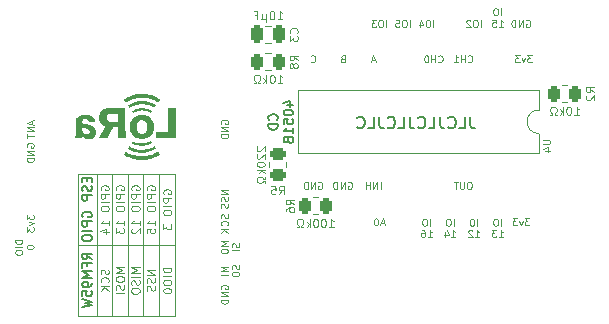
<source format=gbo>
G04 #@! TF.GenerationSoftware,KiCad,Pcbnew,(6.0.2)*
G04 #@! TF.CreationDate,2022-09-28T01:25:07+02:00*
G04 #@! TF.ProjectId,Washing-Machine-Sensor,57617368-696e-4672-9d4d-616368696e65,rev?*
G04 #@! TF.SameCoordinates,Original*
G04 #@! TF.FileFunction,Legend,Bot*
G04 #@! TF.FilePolarity,Positive*
%FSLAX46Y46*%
G04 Gerber Fmt 4.6, Leading zero omitted, Abs format (unit mm)*
G04 Created by KiCad (PCBNEW (6.0.2)) date 2022-09-28 01:25:07*
%MOMM*%
%LPD*%
G01*
G04 APERTURE LIST*
G04 Aperture macros list*
%AMRoundRect*
0 Rectangle with rounded corners*
0 $1 Rounding radius*
0 $2 $3 $4 $5 $6 $7 $8 $9 X,Y pos of 4 corners*
0 Add a 4 corners polygon primitive as box body*
4,1,4,$2,$3,$4,$5,$6,$7,$8,$9,$2,$3,0*
0 Add four circle primitives for the rounded corners*
1,1,$1+$1,$2,$3*
1,1,$1+$1,$4,$5*
1,1,$1+$1,$6,$7*
1,1,$1+$1,$8,$9*
0 Add four rect primitives between the rounded corners*
20,1,$1+$1,$2,$3,$4,$5,0*
20,1,$1+$1,$4,$5,$6,$7,0*
20,1,$1+$1,$6,$7,$8,$9,0*
20,1,$1+$1,$8,$9,$2,$3,0*%
G04 Aperture macros list end*
%ADD10C,0.120000*%
%ADD11C,0.150000*%
%ADD12C,0.180000*%
%ADD13C,0.100000*%
%ADD14R,1.350000X1.350000*%
%ADD15O,1.350000X1.350000*%
%ADD16C,1.350000*%
%ADD17R,2.200000X2.200000*%
%ADD18C,2.200000*%
%ADD19C,0.700000*%
%ADD20C,4.400000*%
%ADD21C,2.250000*%
%ADD22R,1.700000X1.700000*%
%ADD23O,1.700000X1.700000*%
%ADD24RoundRect,0.250000X-0.262500X-0.450000X0.262500X-0.450000X0.262500X0.450000X-0.262500X0.450000X0*%
%ADD25RoundRect,0.250000X0.250000X0.475000X-0.250000X0.475000X-0.250000X-0.475000X0.250000X-0.475000X0*%
%ADD26R,1.600000X1.600000*%
%ADD27O,1.600000X1.600000*%
%ADD28RoundRect,0.250000X0.262500X0.450000X-0.262500X0.450000X-0.262500X-0.450000X0.262500X-0.450000X0*%
%ADD29RoundRect,0.250000X-0.450000X0.262500X-0.450000X-0.262500X0.450000X-0.262500X0.450000X0.262500X0*%
G04 APERTURE END LIST*
D10*
X161600000Y-106100000D02*
X162900000Y-106100000D01*
X162900000Y-106100000D02*
X162900000Y-112100000D01*
X162900000Y-112100000D02*
X161600000Y-112100000D01*
X161600000Y-112100000D02*
X161600000Y-106100000D01*
X158700000Y-106100000D02*
X160300000Y-106100000D01*
X160300000Y-106100000D02*
X160300000Y-112100000D01*
X160300000Y-112100000D02*
X158700000Y-112100000D01*
X158700000Y-112100000D02*
X158700000Y-106100000D01*
X162900000Y-106100000D02*
X164200000Y-106100000D01*
X164200000Y-106100000D02*
X164200000Y-112100000D01*
X164200000Y-112100000D02*
X162900000Y-112100000D01*
X162900000Y-112100000D02*
X162900000Y-106100000D01*
X158700000Y-112100000D02*
X160300000Y-112100000D01*
X160300000Y-112100000D02*
X160300000Y-118100000D01*
X160300000Y-118100000D02*
X158700000Y-118100000D01*
X158700000Y-118100000D02*
X158700000Y-112100000D01*
X164200000Y-112100000D02*
X165600000Y-112100000D01*
X165600000Y-112100000D02*
X165600000Y-118100000D01*
X165600000Y-118100000D02*
X164200000Y-118100000D01*
X164200000Y-118100000D02*
X164200000Y-112100000D01*
X160300000Y-112100000D02*
X161600000Y-112100000D01*
X161600000Y-112100000D02*
X161600000Y-118100000D01*
X161600000Y-118100000D02*
X160300000Y-118100000D01*
X160300000Y-118100000D02*
X160300000Y-112100000D01*
X165600000Y-106100000D02*
X166900000Y-106100000D01*
X166900000Y-106100000D02*
X166900000Y-112100000D01*
X166900000Y-112100000D02*
X165600000Y-112100000D01*
X165600000Y-112100000D02*
X165600000Y-106100000D01*
X161600000Y-112100000D02*
X162900000Y-112100000D01*
X162900000Y-112100000D02*
X162900000Y-118100000D01*
X162900000Y-118100000D02*
X161600000Y-118100000D01*
X161600000Y-118100000D02*
X161600000Y-112100000D01*
X160300000Y-106100000D02*
X161600000Y-106100000D01*
X161600000Y-106100000D02*
X161600000Y-112100000D01*
X161600000Y-112100000D02*
X160300000Y-112100000D01*
X160300000Y-112100000D02*
X160300000Y-106100000D01*
X162900000Y-112100000D02*
X164200000Y-112100000D01*
X164200000Y-112100000D02*
X164200000Y-118100000D01*
X164200000Y-118100000D02*
X162900000Y-118100000D01*
X162900000Y-118100000D02*
X162900000Y-112100000D01*
X164200000Y-106100000D02*
X165600000Y-106100000D01*
X165600000Y-106100000D02*
X165600000Y-112100000D01*
X165600000Y-112100000D02*
X164200000Y-112100000D01*
X164200000Y-112100000D02*
X164200000Y-106100000D01*
X165600000Y-112100000D02*
X166900000Y-112100000D01*
X166900000Y-112100000D02*
X166900000Y-118100000D01*
X166900000Y-118100000D02*
X165600000Y-118100000D01*
X165600000Y-118100000D02*
X165600000Y-112100000D01*
X188800000Y-93671428D02*
X188800000Y-93071428D01*
X188400000Y-93071428D02*
X188285714Y-93071428D01*
X188228571Y-93100000D01*
X188171428Y-93157142D01*
X188142857Y-93271428D01*
X188142857Y-93471428D01*
X188171428Y-93585714D01*
X188228571Y-93642857D01*
X188285714Y-93671428D01*
X188400000Y-93671428D01*
X188457142Y-93642857D01*
X188514285Y-93585714D01*
X188542857Y-93471428D01*
X188542857Y-93271428D01*
X188514285Y-93157142D01*
X188457142Y-93100000D01*
X188400000Y-93071428D01*
X187628571Y-93271428D02*
X187628571Y-93671428D01*
X187771428Y-93042857D02*
X187914285Y-93471428D01*
X187542857Y-93471428D01*
X164550000Y-107466666D02*
X164516666Y-107400000D01*
X164516666Y-107300000D01*
X164550000Y-107200000D01*
X164616666Y-107133333D01*
X164683333Y-107100000D01*
X164816666Y-107066666D01*
X164916666Y-107066666D01*
X165050000Y-107100000D01*
X165116666Y-107133333D01*
X165183333Y-107200000D01*
X165216666Y-107300000D01*
X165216666Y-107366666D01*
X165183333Y-107466666D01*
X165150000Y-107500000D01*
X164916666Y-107500000D01*
X164916666Y-107366666D01*
X165216666Y-107800000D02*
X164516666Y-107800000D01*
X164516666Y-108066666D01*
X164550000Y-108133333D01*
X164583333Y-108166666D01*
X164650000Y-108200000D01*
X164750000Y-108200000D01*
X164816666Y-108166666D01*
X164850000Y-108133333D01*
X164883333Y-108066666D01*
X164883333Y-107800000D01*
X165216666Y-108500000D02*
X164516666Y-108500000D01*
X164516666Y-108966666D02*
X164516666Y-109100000D01*
X164550000Y-109166666D01*
X164616666Y-109233333D01*
X164750000Y-109266666D01*
X164983333Y-109266666D01*
X165116666Y-109233333D01*
X165183333Y-109166666D01*
X165216666Y-109100000D01*
X165216666Y-108966666D01*
X165183333Y-108900000D01*
X165116666Y-108833333D01*
X164983333Y-108800000D01*
X164750000Y-108800000D01*
X164616666Y-108833333D01*
X164550000Y-108900000D01*
X164516666Y-108966666D01*
X165216666Y-110466666D02*
X165216666Y-110066666D01*
X165216666Y-110266666D02*
X164516666Y-110266666D01*
X164616666Y-110200000D01*
X164683333Y-110133333D01*
X164716666Y-110066666D01*
X164516666Y-111100000D02*
X164516666Y-110766666D01*
X164850000Y-110733333D01*
X164816666Y-110766666D01*
X164783333Y-110833333D01*
X164783333Y-111000000D01*
X164816666Y-111066666D01*
X164850000Y-111100000D01*
X164916666Y-111133333D01*
X165083333Y-111133333D01*
X165150000Y-111100000D01*
X165183333Y-111066666D01*
X165216666Y-111000000D01*
X165216666Y-110833333D01*
X165183333Y-110766666D01*
X165150000Y-110733333D01*
X184628571Y-110300000D02*
X184342857Y-110300000D01*
X184685714Y-110471428D02*
X184485714Y-109871428D01*
X184285714Y-110471428D01*
X183971428Y-109871428D02*
X183914285Y-109871428D01*
X183857142Y-109900000D01*
X183828571Y-109928571D01*
X183800000Y-109985714D01*
X183771428Y-110100000D01*
X183771428Y-110242857D01*
X183800000Y-110357142D01*
X183828571Y-110414285D01*
X183857142Y-110442857D01*
X183914285Y-110471428D01*
X183971428Y-110471428D01*
X184028571Y-110442857D01*
X184057142Y-110414285D01*
X184085714Y-110357142D01*
X184114285Y-110242857D01*
X184114285Y-110100000D01*
X184085714Y-109985714D01*
X184057142Y-109928571D01*
X184028571Y-109900000D01*
X183971428Y-109871428D01*
X192514285Y-110488428D02*
X192514285Y-109888428D01*
X192114285Y-109888428D02*
X192000000Y-109888428D01*
X191942857Y-109917000D01*
X191885714Y-109974142D01*
X191857142Y-110088428D01*
X191857142Y-110288428D01*
X191885714Y-110402714D01*
X191942857Y-110459857D01*
X192000000Y-110488428D01*
X192114285Y-110488428D01*
X192171428Y-110459857D01*
X192228571Y-110402714D01*
X192257142Y-110288428D01*
X192257142Y-110088428D01*
X192228571Y-109974142D01*
X192171428Y-109917000D01*
X192114285Y-109888428D01*
X192314285Y-111454428D02*
X192657142Y-111454428D01*
X192485714Y-111454428D02*
X192485714Y-110854428D01*
X192542857Y-110940142D01*
X192600000Y-110997285D01*
X192657142Y-111025857D01*
X192085714Y-110911571D02*
X192057142Y-110883000D01*
X192000000Y-110854428D01*
X191857142Y-110854428D01*
X191800000Y-110883000D01*
X191771428Y-110911571D01*
X191742857Y-110968714D01*
X191742857Y-111025857D01*
X191771428Y-111111571D01*
X192114285Y-111454428D01*
X191742857Y-111454428D01*
X161950000Y-107466666D02*
X161916666Y-107400000D01*
X161916666Y-107300000D01*
X161950000Y-107200000D01*
X162016666Y-107133333D01*
X162083333Y-107100000D01*
X162216666Y-107066666D01*
X162316666Y-107066666D01*
X162450000Y-107100000D01*
X162516666Y-107133333D01*
X162583333Y-107200000D01*
X162616666Y-107300000D01*
X162616666Y-107366666D01*
X162583333Y-107466666D01*
X162550000Y-107500000D01*
X162316666Y-107500000D01*
X162316666Y-107366666D01*
X162616666Y-107800000D02*
X161916666Y-107800000D01*
X161916666Y-108066666D01*
X161950000Y-108133333D01*
X161983333Y-108166666D01*
X162050000Y-108200000D01*
X162150000Y-108200000D01*
X162216666Y-108166666D01*
X162250000Y-108133333D01*
X162283333Y-108066666D01*
X162283333Y-107800000D01*
X162616666Y-108500000D02*
X161916666Y-108500000D01*
X161916666Y-108966666D02*
X161916666Y-109100000D01*
X161950000Y-109166666D01*
X162016666Y-109233333D01*
X162150000Y-109266666D01*
X162383333Y-109266666D01*
X162516666Y-109233333D01*
X162583333Y-109166666D01*
X162616666Y-109100000D01*
X162616666Y-108966666D01*
X162583333Y-108900000D01*
X162516666Y-108833333D01*
X162383333Y-108800000D01*
X162150000Y-108800000D01*
X162016666Y-108833333D01*
X161950000Y-108900000D01*
X161916666Y-108966666D01*
X162616666Y-110466666D02*
X162616666Y-110066666D01*
X162616666Y-110266666D02*
X161916666Y-110266666D01*
X162016666Y-110200000D01*
X162083333Y-110133333D01*
X162116666Y-110066666D01*
X161916666Y-110700000D02*
X161916666Y-111133333D01*
X162183333Y-110900000D01*
X162183333Y-111000000D01*
X162216666Y-111066666D01*
X162250000Y-111100000D01*
X162316666Y-111133333D01*
X162483333Y-111133333D01*
X162550000Y-111100000D01*
X162583333Y-111066666D01*
X162616666Y-111000000D01*
X162616666Y-110800000D01*
X162583333Y-110733333D01*
X162550000Y-110700000D01*
X178414285Y-96614285D02*
X178442857Y-96642857D01*
X178528571Y-96671428D01*
X178585714Y-96671428D01*
X178671428Y-96642857D01*
X178728571Y-96585714D01*
X178757142Y-96528571D01*
X178785714Y-96414285D01*
X178785714Y-96328571D01*
X178757142Y-96214285D01*
X178728571Y-96157142D01*
X178671428Y-96100000D01*
X178585714Y-96071428D01*
X178528571Y-96071428D01*
X178442857Y-96100000D01*
X178414285Y-96128571D01*
X186800000Y-93671428D02*
X186800000Y-93071428D01*
X186400000Y-93071428D02*
X186285714Y-93071428D01*
X186228571Y-93100000D01*
X186171428Y-93157142D01*
X186142857Y-93271428D01*
X186142857Y-93471428D01*
X186171428Y-93585714D01*
X186228571Y-93642857D01*
X186285714Y-93671428D01*
X186400000Y-93671428D01*
X186457142Y-93642857D01*
X186514285Y-93585714D01*
X186542857Y-93471428D01*
X186542857Y-93271428D01*
X186514285Y-93157142D01*
X186457142Y-93100000D01*
X186400000Y-93071428D01*
X185600000Y-93071428D02*
X185885714Y-93071428D01*
X185914285Y-93357142D01*
X185885714Y-93328571D01*
X185828571Y-93300000D01*
X185685714Y-93300000D01*
X185628571Y-93328571D01*
X185600000Y-93357142D01*
X185571428Y-93414285D01*
X185571428Y-93557142D01*
X185600000Y-93614285D01*
X185628571Y-93642857D01*
X185685714Y-93671428D01*
X185828571Y-93671428D01*
X185885714Y-93642857D01*
X185914285Y-93614285D01*
X196657142Y-93100000D02*
X196714285Y-93071428D01*
X196800000Y-93071428D01*
X196885714Y-93100000D01*
X196942857Y-93157142D01*
X196971428Y-93214285D01*
X197000000Y-93328571D01*
X197000000Y-93414285D01*
X196971428Y-93528571D01*
X196942857Y-93585714D01*
X196885714Y-93642857D01*
X196800000Y-93671428D01*
X196742857Y-93671428D01*
X196657142Y-93642857D01*
X196628571Y-93614285D01*
X196628571Y-93414285D01*
X196742857Y-93414285D01*
X196371428Y-93671428D02*
X196371428Y-93071428D01*
X196028571Y-93671428D01*
X196028571Y-93071428D01*
X195742857Y-93671428D02*
X195742857Y-93071428D01*
X195600000Y-93071428D01*
X195514285Y-93100000D01*
X195457142Y-93157142D01*
X195428571Y-93214285D01*
X195400000Y-93328571D01*
X195400000Y-93414285D01*
X195428571Y-93528571D01*
X195457142Y-93585714D01*
X195514285Y-93642857D01*
X195600000Y-93671428D01*
X195742857Y-93671428D01*
X162616666Y-114000000D02*
X161916666Y-114000000D01*
X162416666Y-114233333D01*
X161916666Y-114466666D01*
X162616666Y-114466666D01*
X161916666Y-114933333D02*
X161916666Y-115066666D01*
X161950000Y-115133333D01*
X162016666Y-115200000D01*
X162150000Y-115233333D01*
X162383333Y-115233333D01*
X162516666Y-115200000D01*
X162583333Y-115133333D01*
X162616666Y-115066666D01*
X162616666Y-114933333D01*
X162583333Y-114866666D01*
X162516666Y-114800000D01*
X162383333Y-114766666D01*
X162150000Y-114766666D01*
X162016666Y-114800000D01*
X161950000Y-114866666D01*
X161916666Y-114933333D01*
X162583333Y-115500000D02*
X162616666Y-115600000D01*
X162616666Y-115766666D01*
X162583333Y-115833333D01*
X162550000Y-115866666D01*
X162483333Y-115900000D01*
X162416666Y-115900000D01*
X162350000Y-115866666D01*
X162316666Y-115833333D01*
X162283333Y-115766666D01*
X162250000Y-115633333D01*
X162216666Y-115566666D01*
X162183333Y-115533333D01*
X162116666Y-115500000D01*
X162050000Y-115500000D01*
X161983333Y-115533333D01*
X161950000Y-115566666D01*
X161916666Y-115633333D01*
X161916666Y-115800000D01*
X161950000Y-115900000D01*
X162616666Y-116200000D02*
X161916666Y-116200000D01*
X171367857Y-109528571D02*
X171396428Y-109614285D01*
X171396428Y-109757142D01*
X171367857Y-109814285D01*
X171339285Y-109842857D01*
X171282142Y-109871428D01*
X171225000Y-109871428D01*
X171167857Y-109842857D01*
X171139285Y-109814285D01*
X171110714Y-109757142D01*
X171082142Y-109642857D01*
X171053571Y-109585714D01*
X171025000Y-109557142D01*
X170967857Y-109528571D01*
X170910714Y-109528571D01*
X170853571Y-109557142D01*
X170825000Y-109585714D01*
X170796428Y-109642857D01*
X170796428Y-109785714D01*
X170825000Y-109871428D01*
X171339285Y-110471428D02*
X171367857Y-110442857D01*
X171396428Y-110357142D01*
X171396428Y-110300000D01*
X171367857Y-110214285D01*
X171310714Y-110157142D01*
X171253571Y-110128571D01*
X171139285Y-110100000D01*
X171053571Y-110100000D01*
X170939285Y-110128571D01*
X170882142Y-110157142D01*
X170825000Y-110214285D01*
X170796428Y-110300000D01*
X170796428Y-110357142D01*
X170825000Y-110442857D01*
X170853571Y-110471428D01*
X171396428Y-110728571D02*
X170796428Y-110728571D01*
X171396428Y-111071428D02*
X171053571Y-110814285D01*
X170796428Y-111071428D02*
X171139285Y-110728571D01*
X165950000Y-107800000D02*
X165916666Y-107733333D01*
X165916666Y-107633333D01*
X165950000Y-107533333D01*
X166016666Y-107466666D01*
X166083333Y-107433333D01*
X166216666Y-107400000D01*
X166316666Y-107400000D01*
X166450000Y-107433333D01*
X166516666Y-107466666D01*
X166583333Y-107533333D01*
X166616666Y-107633333D01*
X166616666Y-107700000D01*
X166583333Y-107800000D01*
X166550000Y-107833333D01*
X166316666Y-107833333D01*
X166316666Y-107700000D01*
X166616666Y-108133333D02*
X165916666Y-108133333D01*
X165916666Y-108400000D01*
X165950000Y-108466666D01*
X165983333Y-108500000D01*
X166050000Y-108533333D01*
X166150000Y-108533333D01*
X166216666Y-108500000D01*
X166250000Y-108466666D01*
X166283333Y-108400000D01*
X166283333Y-108133333D01*
X166616666Y-108833333D02*
X165916666Y-108833333D01*
X165916666Y-109300000D02*
X165916666Y-109433333D01*
X165950000Y-109500000D01*
X166016666Y-109566666D01*
X166150000Y-109600000D01*
X166383333Y-109600000D01*
X166516666Y-109566666D01*
X166583333Y-109500000D01*
X166616666Y-109433333D01*
X166616666Y-109300000D01*
X166583333Y-109233333D01*
X166516666Y-109166666D01*
X166383333Y-109133333D01*
X166150000Y-109133333D01*
X166016666Y-109166666D01*
X165950000Y-109233333D01*
X165916666Y-109300000D01*
X165916666Y-110366666D02*
X165916666Y-110800000D01*
X166183333Y-110566666D01*
X166183333Y-110666666D01*
X166216666Y-110733333D01*
X166250000Y-110766666D01*
X166316666Y-110800000D01*
X166483333Y-110800000D01*
X166550000Y-110766666D01*
X166583333Y-110733333D01*
X166616666Y-110666666D01*
X166616666Y-110466666D01*
X166583333Y-110400000D01*
X166550000Y-110366666D01*
D11*
X159442857Y-106433333D02*
X159442857Y-106700000D01*
X159861904Y-106814285D02*
X159861904Y-106433333D01*
X159061904Y-106433333D01*
X159061904Y-106814285D01*
X159823809Y-107119047D02*
X159861904Y-107233333D01*
X159861904Y-107423809D01*
X159823809Y-107500000D01*
X159785714Y-107538095D01*
X159709523Y-107576190D01*
X159633333Y-107576190D01*
X159557142Y-107538095D01*
X159519047Y-107500000D01*
X159480952Y-107423809D01*
X159442857Y-107271428D01*
X159404761Y-107195238D01*
X159366666Y-107157142D01*
X159290476Y-107119047D01*
X159214285Y-107119047D01*
X159138095Y-107157142D01*
X159100000Y-107195238D01*
X159061904Y-107271428D01*
X159061904Y-107461904D01*
X159100000Y-107576190D01*
X159861904Y-107919047D02*
X159061904Y-107919047D01*
X159061904Y-108223809D01*
X159100000Y-108300000D01*
X159138095Y-108338095D01*
X159214285Y-108376190D01*
X159328571Y-108376190D01*
X159404761Y-108338095D01*
X159442857Y-108300000D01*
X159480952Y-108223809D01*
X159480952Y-107919047D01*
X159100000Y-109747619D02*
X159061904Y-109671428D01*
X159061904Y-109557142D01*
X159100000Y-109442857D01*
X159176190Y-109366666D01*
X159252380Y-109328571D01*
X159404761Y-109290476D01*
X159519047Y-109290476D01*
X159671428Y-109328571D01*
X159747619Y-109366666D01*
X159823809Y-109442857D01*
X159861904Y-109557142D01*
X159861904Y-109633333D01*
X159823809Y-109747619D01*
X159785714Y-109785714D01*
X159519047Y-109785714D01*
X159519047Y-109633333D01*
X159861904Y-110128571D02*
X159061904Y-110128571D01*
X159061904Y-110433333D01*
X159100000Y-110509523D01*
X159138095Y-110547619D01*
X159214285Y-110585714D01*
X159328571Y-110585714D01*
X159404761Y-110547619D01*
X159442857Y-110509523D01*
X159480952Y-110433333D01*
X159480952Y-110128571D01*
X159861904Y-110928571D02*
X159061904Y-110928571D01*
X159061904Y-111461904D02*
X159061904Y-111614285D01*
X159100000Y-111690476D01*
X159176190Y-111766666D01*
X159328571Y-111804761D01*
X159595238Y-111804761D01*
X159747619Y-111766666D01*
X159823809Y-111690476D01*
X159861904Y-111614285D01*
X159861904Y-111461904D01*
X159823809Y-111385714D01*
X159747619Y-111309523D01*
X159595238Y-111271428D01*
X159328571Y-111271428D01*
X159176190Y-111309523D01*
X159100000Y-111385714D01*
X159061904Y-111461904D01*
D10*
X184800000Y-93671428D02*
X184800000Y-93071428D01*
X184400000Y-93071428D02*
X184285714Y-93071428D01*
X184228571Y-93100000D01*
X184171428Y-93157142D01*
X184142857Y-93271428D01*
X184142857Y-93471428D01*
X184171428Y-93585714D01*
X184228571Y-93642857D01*
X184285714Y-93671428D01*
X184400000Y-93671428D01*
X184457142Y-93642857D01*
X184514285Y-93585714D01*
X184542857Y-93471428D01*
X184542857Y-93271428D01*
X184514285Y-93157142D01*
X184457142Y-93100000D01*
X184400000Y-93071428D01*
X183942857Y-93071428D02*
X183571428Y-93071428D01*
X183771428Y-93300000D01*
X183685714Y-93300000D01*
X183628571Y-93328571D01*
X183600000Y-93357142D01*
X183571428Y-93414285D01*
X183571428Y-93557142D01*
X183600000Y-93614285D01*
X183628571Y-93642857D01*
X183685714Y-93671428D01*
X183857142Y-93671428D01*
X183914285Y-93642857D01*
X183942857Y-93614285D01*
X194514285Y-92688428D02*
X194514285Y-92088428D01*
X194114285Y-92088428D02*
X194000000Y-92088428D01*
X193942857Y-92117000D01*
X193885714Y-92174142D01*
X193857142Y-92288428D01*
X193857142Y-92488428D01*
X193885714Y-92602714D01*
X193942857Y-92659857D01*
X194000000Y-92688428D01*
X194114285Y-92688428D01*
X194171428Y-92659857D01*
X194228571Y-92602714D01*
X194257142Y-92488428D01*
X194257142Y-92288428D01*
X194228571Y-92174142D01*
X194171428Y-92117000D01*
X194114285Y-92088428D01*
X194314285Y-93654428D02*
X194657142Y-93654428D01*
X194485714Y-93654428D02*
X194485714Y-93054428D01*
X194542857Y-93140142D01*
X194600000Y-93197285D01*
X194657142Y-93225857D01*
X193771428Y-93054428D02*
X194057142Y-93054428D01*
X194085714Y-93340142D01*
X194057142Y-93311571D01*
X194000000Y-93283000D01*
X193857142Y-93283000D01*
X193800000Y-93311571D01*
X193771428Y-93340142D01*
X193742857Y-93397285D01*
X193742857Y-93540142D01*
X193771428Y-93597285D01*
X193800000Y-93625857D01*
X193857142Y-93654428D01*
X194000000Y-93654428D01*
X194057142Y-93625857D01*
X194085714Y-93597285D01*
X170825000Y-115842857D02*
X170796428Y-115785714D01*
X170796428Y-115700000D01*
X170825000Y-115614285D01*
X170882142Y-115557142D01*
X170939285Y-115528571D01*
X171053571Y-115500000D01*
X171139285Y-115500000D01*
X171253571Y-115528571D01*
X171310714Y-115557142D01*
X171367857Y-115614285D01*
X171396428Y-115700000D01*
X171396428Y-115757142D01*
X171367857Y-115842857D01*
X171339285Y-115871428D01*
X171139285Y-115871428D01*
X171139285Y-115757142D01*
X171396428Y-116128571D02*
X170796428Y-116128571D01*
X171396428Y-116471428D01*
X170796428Y-116471428D01*
X171396428Y-116757142D02*
X170796428Y-116757142D01*
X170796428Y-116900000D01*
X170825000Y-116985714D01*
X170882142Y-117042857D01*
X170939285Y-117071428D01*
X171053571Y-117100000D01*
X171139285Y-117100000D01*
X171253571Y-117071428D01*
X171310714Y-117042857D01*
X171367857Y-116985714D01*
X171396428Y-116900000D01*
X171396428Y-116757142D01*
X192800000Y-93671428D02*
X192800000Y-93071428D01*
X192400000Y-93071428D02*
X192285714Y-93071428D01*
X192228571Y-93100000D01*
X192171428Y-93157142D01*
X192142857Y-93271428D01*
X192142857Y-93471428D01*
X192171428Y-93585714D01*
X192228571Y-93642857D01*
X192285714Y-93671428D01*
X192400000Y-93671428D01*
X192457142Y-93642857D01*
X192514285Y-93585714D01*
X192542857Y-93471428D01*
X192542857Y-93271428D01*
X192514285Y-93157142D01*
X192457142Y-93100000D01*
X192400000Y-93071428D01*
X191914285Y-93128571D02*
X191885714Y-93100000D01*
X191828571Y-93071428D01*
X191685714Y-93071428D01*
X191628571Y-93100000D01*
X191600000Y-93128571D01*
X191571428Y-93185714D01*
X191571428Y-93242857D01*
X191600000Y-93328571D01*
X191942857Y-93671428D01*
X191571428Y-93671428D01*
X191714285Y-96614285D02*
X191742857Y-96642857D01*
X191828571Y-96671428D01*
X191885714Y-96671428D01*
X191971428Y-96642857D01*
X192028571Y-96585714D01*
X192057142Y-96528571D01*
X192085714Y-96414285D01*
X192085714Y-96328571D01*
X192057142Y-96214285D01*
X192028571Y-96157142D01*
X191971428Y-96100000D01*
X191885714Y-96071428D01*
X191828571Y-96071428D01*
X191742857Y-96100000D01*
X191714285Y-96128571D01*
X191457142Y-96671428D02*
X191457142Y-96071428D01*
X191457142Y-96357142D02*
X191114285Y-96357142D01*
X191114285Y-96671428D02*
X191114285Y-96071428D01*
X190514285Y-96671428D02*
X190857142Y-96671428D01*
X190685714Y-96671428D02*
X190685714Y-96071428D01*
X190742857Y-96157142D01*
X190800000Y-96214285D01*
X190857142Y-96242857D01*
X154375000Y-103842857D02*
X154346428Y-103785714D01*
X154346428Y-103700000D01*
X154375000Y-103614285D01*
X154432142Y-103557142D01*
X154489285Y-103528571D01*
X154603571Y-103500000D01*
X154689285Y-103500000D01*
X154803571Y-103528571D01*
X154860714Y-103557142D01*
X154917857Y-103614285D01*
X154946428Y-103700000D01*
X154946428Y-103757142D01*
X154917857Y-103842857D01*
X154889285Y-103871428D01*
X154689285Y-103871428D01*
X154689285Y-103757142D01*
X154946428Y-104128571D02*
X154346428Y-104128571D01*
X154946428Y-104471428D01*
X154346428Y-104471428D01*
X154946428Y-104757142D02*
X154346428Y-104757142D01*
X154346428Y-104900000D01*
X154375000Y-104985714D01*
X154432142Y-105042857D01*
X154489285Y-105071428D01*
X154603571Y-105100000D01*
X154689285Y-105100000D01*
X154803571Y-105071428D01*
X154860714Y-105042857D01*
X154917857Y-104985714D01*
X154946428Y-104900000D01*
X154946428Y-104757142D01*
X171388428Y-113957142D02*
X170788428Y-113957142D01*
X171217000Y-114157142D01*
X170788428Y-114357142D01*
X171388428Y-114357142D01*
X171388428Y-114642857D02*
X170788428Y-114642857D01*
X172325857Y-113814285D02*
X172354428Y-113900000D01*
X172354428Y-114042857D01*
X172325857Y-114100000D01*
X172297285Y-114128571D01*
X172240142Y-114157142D01*
X172183000Y-114157142D01*
X172125857Y-114128571D01*
X172097285Y-114100000D01*
X172068714Y-114042857D01*
X172040142Y-113928571D01*
X172011571Y-113871428D01*
X171983000Y-113842857D01*
X171925857Y-113814285D01*
X171868714Y-113814285D01*
X171811571Y-113842857D01*
X171783000Y-113871428D01*
X171754428Y-113928571D01*
X171754428Y-114071428D01*
X171783000Y-114157142D01*
X171754428Y-114528571D02*
X171754428Y-114642857D01*
X171783000Y-114700000D01*
X171840142Y-114757142D01*
X171954428Y-114785714D01*
X172154428Y-114785714D01*
X172268714Y-114757142D01*
X172325857Y-114700000D01*
X172354428Y-114642857D01*
X172354428Y-114528571D01*
X172325857Y-114471428D01*
X172268714Y-114414285D01*
X172154428Y-114385714D01*
X171954428Y-114385714D01*
X171840142Y-114414285D01*
X171783000Y-114471428D01*
X171754428Y-114528571D01*
X190514285Y-110488428D02*
X190514285Y-109888428D01*
X190114285Y-109888428D02*
X190000000Y-109888428D01*
X189942857Y-109917000D01*
X189885714Y-109974142D01*
X189857142Y-110088428D01*
X189857142Y-110288428D01*
X189885714Y-110402714D01*
X189942857Y-110459857D01*
X190000000Y-110488428D01*
X190114285Y-110488428D01*
X190171428Y-110459857D01*
X190228571Y-110402714D01*
X190257142Y-110288428D01*
X190257142Y-110088428D01*
X190228571Y-109974142D01*
X190171428Y-109917000D01*
X190114285Y-109888428D01*
X190314285Y-111454428D02*
X190657142Y-111454428D01*
X190485714Y-111454428D02*
X190485714Y-110854428D01*
X190542857Y-110940142D01*
X190600000Y-110997285D01*
X190657142Y-111025857D01*
X189800000Y-111054428D02*
X189800000Y-111454428D01*
X189942857Y-110825857D02*
X190085714Y-111254428D01*
X189714285Y-111254428D01*
X163916666Y-114000000D02*
X163216666Y-114000000D01*
X163716666Y-114233333D01*
X163216666Y-114466666D01*
X163916666Y-114466666D01*
X163916666Y-114800000D02*
X163216666Y-114800000D01*
X163883333Y-115100000D02*
X163916666Y-115200000D01*
X163916666Y-115366666D01*
X163883333Y-115433333D01*
X163850000Y-115466666D01*
X163783333Y-115500000D01*
X163716666Y-115500000D01*
X163650000Y-115466666D01*
X163616666Y-115433333D01*
X163583333Y-115366666D01*
X163550000Y-115233333D01*
X163516666Y-115166666D01*
X163483333Y-115133333D01*
X163416666Y-115100000D01*
X163350000Y-115100000D01*
X163283333Y-115133333D01*
X163250000Y-115166666D01*
X163216666Y-115233333D01*
X163216666Y-115400000D01*
X163250000Y-115500000D01*
X163216666Y-115933333D02*
X163216666Y-116066666D01*
X163250000Y-116133333D01*
X163316666Y-116200000D01*
X163450000Y-116233333D01*
X163683333Y-116233333D01*
X163816666Y-116200000D01*
X163883333Y-116133333D01*
X163916666Y-116066666D01*
X163916666Y-115933333D01*
X163883333Y-115866666D01*
X163816666Y-115800000D01*
X163683333Y-115766666D01*
X163450000Y-115766666D01*
X163316666Y-115800000D01*
X163250000Y-115866666D01*
X163216666Y-115933333D01*
X181557142Y-106800000D02*
X181614285Y-106771428D01*
X181700000Y-106771428D01*
X181785714Y-106800000D01*
X181842857Y-106857142D01*
X181871428Y-106914285D01*
X181900000Y-107028571D01*
X181900000Y-107114285D01*
X181871428Y-107228571D01*
X181842857Y-107285714D01*
X181785714Y-107342857D01*
X181700000Y-107371428D01*
X181642857Y-107371428D01*
X181557142Y-107342857D01*
X181528571Y-107314285D01*
X181528571Y-107114285D01*
X181642857Y-107114285D01*
X181271428Y-107371428D02*
X181271428Y-106771428D01*
X180928571Y-107371428D01*
X180928571Y-106771428D01*
X180642857Y-107371428D02*
X180642857Y-106771428D01*
X180500000Y-106771428D01*
X180414285Y-106800000D01*
X180357142Y-106857142D01*
X180328571Y-106914285D01*
X180300000Y-107028571D01*
X180300000Y-107114285D01*
X180328571Y-107228571D01*
X180357142Y-107285714D01*
X180414285Y-107342857D01*
X180500000Y-107371428D01*
X180642857Y-107371428D01*
X194514285Y-110488428D02*
X194514285Y-109888428D01*
X194114285Y-109888428D02*
X194000000Y-109888428D01*
X193942857Y-109917000D01*
X193885714Y-109974142D01*
X193857142Y-110088428D01*
X193857142Y-110288428D01*
X193885714Y-110402714D01*
X193942857Y-110459857D01*
X194000000Y-110488428D01*
X194114285Y-110488428D01*
X194171428Y-110459857D01*
X194228571Y-110402714D01*
X194257142Y-110288428D01*
X194257142Y-110088428D01*
X194228571Y-109974142D01*
X194171428Y-109917000D01*
X194114285Y-109888428D01*
X194314285Y-111454428D02*
X194657142Y-111454428D01*
X194485714Y-111454428D02*
X194485714Y-110854428D01*
X194542857Y-110940142D01*
X194600000Y-110997285D01*
X194657142Y-111025857D01*
X194114285Y-110854428D02*
X193742857Y-110854428D01*
X193942857Y-111083000D01*
X193857142Y-111083000D01*
X193800000Y-111111571D01*
X193771428Y-111140142D01*
X193742857Y-111197285D01*
X193742857Y-111340142D01*
X193771428Y-111397285D01*
X193800000Y-111425857D01*
X193857142Y-111454428D01*
X194028571Y-111454428D01*
X194085714Y-111425857D01*
X194114285Y-111397285D01*
X171388428Y-111785714D02*
X170788428Y-111785714D01*
X171217000Y-111985714D01*
X170788428Y-112185714D01*
X171388428Y-112185714D01*
X170788428Y-112585714D02*
X170788428Y-112700000D01*
X170817000Y-112757142D01*
X170874142Y-112814285D01*
X170988428Y-112842857D01*
X171188428Y-112842857D01*
X171302714Y-112814285D01*
X171359857Y-112757142D01*
X171388428Y-112700000D01*
X171388428Y-112585714D01*
X171359857Y-112528571D01*
X171302714Y-112471428D01*
X171188428Y-112442857D01*
X170988428Y-112442857D01*
X170874142Y-112471428D01*
X170817000Y-112528571D01*
X170788428Y-112585714D01*
X172325857Y-111985714D02*
X172354428Y-112071428D01*
X172354428Y-112214285D01*
X172325857Y-112271428D01*
X172297285Y-112300000D01*
X172240142Y-112328571D01*
X172183000Y-112328571D01*
X172125857Y-112300000D01*
X172097285Y-112271428D01*
X172068714Y-112214285D01*
X172040142Y-112100000D01*
X172011571Y-112042857D01*
X171983000Y-112014285D01*
X171925857Y-111985714D01*
X171868714Y-111985714D01*
X171811571Y-112014285D01*
X171783000Y-112042857D01*
X171754428Y-112100000D01*
X171754428Y-112242857D01*
X171783000Y-112328571D01*
X172354428Y-112585714D02*
X171754428Y-112585714D01*
X160650000Y-107466666D02*
X160616666Y-107400000D01*
X160616666Y-107300000D01*
X160650000Y-107200000D01*
X160716666Y-107133333D01*
X160783333Y-107100000D01*
X160916666Y-107066666D01*
X161016666Y-107066666D01*
X161150000Y-107100000D01*
X161216666Y-107133333D01*
X161283333Y-107200000D01*
X161316666Y-107300000D01*
X161316666Y-107366666D01*
X161283333Y-107466666D01*
X161250000Y-107500000D01*
X161016666Y-107500000D01*
X161016666Y-107366666D01*
X161316666Y-107800000D02*
X160616666Y-107800000D01*
X160616666Y-108066666D01*
X160650000Y-108133333D01*
X160683333Y-108166666D01*
X160750000Y-108200000D01*
X160850000Y-108200000D01*
X160916666Y-108166666D01*
X160950000Y-108133333D01*
X160983333Y-108066666D01*
X160983333Y-107800000D01*
X161316666Y-108500000D02*
X160616666Y-108500000D01*
X160616666Y-108966666D02*
X160616666Y-109100000D01*
X160650000Y-109166666D01*
X160716666Y-109233333D01*
X160850000Y-109266666D01*
X161083333Y-109266666D01*
X161216666Y-109233333D01*
X161283333Y-109166666D01*
X161316666Y-109100000D01*
X161316666Y-108966666D01*
X161283333Y-108900000D01*
X161216666Y-108833333D01*
X161083333Y-108800000D01*
X160850000Y-108800000D01*
X160716666Y-108833333D01*
X160650000Y-108900000D01*
X160616666Y-108966666D01*
X161316666Y-110466666D02*
X161316666Y-110066666D01*
X161316666Y-110266666D02*
X160616666Y-110266666D01*
X160716666Y-110200000D01*
X160783333Y-110133333D01*
X160816666Y-110066666D01*
X160850000Y-111066666D02*
X161316666Y-111066666D01*
X160583333Y-110900000D02*
X161083333Y-110733333D01*
X161083333Y-111166666D01*
X196914285Y-109871428D02*
X196542857Y-109871428D01*
X196742857Y-110100000D01*
X196657142Y-110100000D01*
X196600000Y-110128571D01*
X196571428Y-110157142D01*
X196542857Y-110214285D01*
X196542857Y-110357142D01*
X196571428Y-110414285D01*
X196600000Y-110442857D01*
X196657142Y-110471428D01*
X196828571Y-110471428D01*
X196885714Y-110442857D01*
X196914285Y-110414285D01*
X196342857Y-110071428D02*
X196200000Y-110471428D01*
X196057142Y-110071428D01*
X195885714Y-109871428D02*
X195514285Y-109871428D01*
X195714285Y-110100000D01*
X195628571Y-110100000D01*
X195571428Y-110128571D01*
X195542857Y-110157142D01*
X195514285Y-110214285D01*
X195514285Y-110357142D01*
X195542857Y-110414285D01*
X195571428Y-110442857D01*
X195628571Y-110471428D01*
X195800000Y-110471428D01*
X195857142Y-110442857D01*
X195885714Y-110414285D01*
X163250000Y-107466666D02*
X163216666Y-107400000D01*
X163216666Y-107300000D01*
X163250000Y-107200000D01*
X163316666Y-107133333D01*
X163383333Y-107100000D01*
X163516666Y-107066666D01*
X163616666Y-107066666D01*
X163750000Y-107100000D01*
X163816666Y-107133333D01*
X163883333Y-107200000D01*
X163916666Y-107300000D01*
X163916666Y-107366666D01*
X163883333Y-107466666D01*
X163850000Y-107500000D01*
X163616666Y-107500000D01*
X163616666Y-107366666D01*
X163916666Y-107800000D02*
X163216666Y-107800000D01*
X163216666Y-108066666D01*
X163250000Y-108133333D01*
X163283333Y-108166666D01*
X163350000Y-108200000D01*
X163450000Y-108200000D01*
X163516666Y-108166666D01*
X163550000Y-108133333D01*
X163583333Y-108066666D01*
X163583333Y-107800000D01*
X163916666Y-108500000D02*
X163216666Y-108500000D01*
X163216666Y-108966666D02*
X163216666Y-109100000D01*
X163250000Y-109166666D01*
X163316666Y-109233333D01*
X163450000Y-109266666D01*
X163683333Y-109266666D01*
X163816666Y-109233333D01*
X163883333Y-109166666D01*
X163916666Y-109100000D01*
X163916666Y-108966666D01*
X163883333Y-108900000D01*
X163816666Y-108833333D01*
X163683333Y-108800000D01*
X163450000Y-108800000D01*
X163316666Y-108833333D01*
X163250000Y-108900000D01*
X163216666Y-108966666D01*
X163916666Y-110466666D02*
X163916666Y-110066666D01*
X163916666Y-110266666D02*
X163216666Y-110266666D01*
X163316666Y-110200000D01*
X163383333Y-110133333D01*
X163416666Y-110066666D01*
X163283333Y-110733333D02*
X163250000Y-110766666D01*
X163216666Y-110833333D01*
X163216666Y-111000000D01*
X163250000Y-111066666D01*
X163283333Y-111100000D01*
X163350000Y-111133333D01*
X163416666Y-111133333D01*
X163516666Y-111100000D01*
X163916666Y-110700000D01*
X163916666Y-111133333D01*
X166616666Y-114050000D02*
X165916666Y-114050000D01*
X165916666Y-114216666D01*
X165950000Y-114316666D01*
X166016666Y-114383333D01*
X166083333Y-114416666D01*
X166216666Y-114450000D01*
X166316666Y-114450000D01*
X166450000Y-114416666D01*
X166516666Y-114383333D01*
X166583333Y-114316666D01*
X166616666Y-114216666D01*
X166616666Y-114050000D01*
X166616666Y-114750000D02*
X165916666Y-114750000D01*
X165916666Y-115216666D02*
X165916666Y-115350000D01*
X165950000Y-115416666D01*
X166016666Y-115483333D01*
X166150000Y-115516666D01*
X166383333Y-115516666D01*
X166516666Y-115483333D01*
X166583333Y-115416666D01*
X166616666Y-115350000D01*
X166616666Y-115216666D01*
X166583333Y-115150000D01*
X166516666Y-115083333D01*
X166383333Y-115050000D01*
X166150000Y-115050000D01*
X166016666Y-115083333D01*
X165950000Y-115150000D01*
X165916666Y-115216666D01*
X165916666Y-115950000D02*
X165916666Y-116016666D01*
X165950000Y-116083333D01*
X165983333Y-116116666D01*
X166050000Y-116150000D01*
X166183333Y-116183333D01*
X166350000Y-116183333D01*
X166483333Y-116150000D01*
X166550000Y-116116666D01*
X166583333Y-116083333D01*
X166616666Y-116016666D01*
X166616666Y-115950000D01*
X166583333Y-115883333D01*
X166550000Y-115850000D01*
X166483333Y-115816666D01*
X166350000Y-115783333D01*
X166183333Y-115783333D01*
X166050000Y-115816666D01*
X165983333Y-115850000D01*
X165950000Y-115883333D01*
X165916666Y-115950000D01*
X189214285Y-96614285D02*
X189242857Y-96642857D01*
X189328571Y-96671428D01*
X189385714Y-96671428D01*
X189471428Y-96642857D01*
X189528571Y-96585714D01*
X189557142Y-96528571D01*
X189585714Y-96414285D01*
X189585714Y-96328571D01*
X189557142Y-96214285D01*
X189528571Y-96157142D01*
X189471428Y-96100000D01*
X189385714Y-96071428D01*
X189328571Y-96071428D01*
X189242857Y-96100000D01*
X189214285Y-96128571D01*
X188957142Y-96671428D02*
X188957142Y-96071428D01*
X188957142Y-96357142D02*
X188614285Y-96357142D01*
X188614285Y-96671428D02*
X188614285Y-96071428D01*
X188214285Y-96071428D02*
X188157142Y-96071428D01*
X188100000Y-96100000D01*
X188071428Y-96128571D01*
X188042857Y-96185714D01*
X188014285Y-96300000D01*
X188014285Y-96442857D01*
X188042857Y-96557142D01*
X188071428Y-96614285D01*
X188100000Y-96642857D01*
X188157142Y-96671428D01*
X188214285Y-96671428D01*
X188271428Y-96642857D01*
X188300000Y-96614285D01*
X188328571Y-96557142D01*
X188357142Y-96442857D01*
X188357142Y-96300000D01*
X188328571Y-96185714D01*
X188300000Y-96128571D01*
X188271428Y-96100000D01*
X188214285Y-96071428D01*
X183842857Y-96500000D02*
X183557142Y-96500000D01*
X183900000Y-96671428D02*
X183700000Y-96071428D01*
X183500000Y-96671428D01*
X171396428Y-107457142D02*
X170796428Y-107457142D01*
X171396428Y-107800000D01*
X170796428Y-107800000D01*
X171367857Y-108057142D02*
X171396428Y-108142857D01*
X171396428Y-108285714D01*
X171367857Y-108342857D01*
X171339285Y-108371428D01*
X171282142Y-108400000D01*
X171225000Y-108400000D01*
X171167857Y-108371428D01*
X171139285Y-108342857D01*
X171110714Y-108285714D01*
X171082142Y-108171428D01*
X171053571Y-108114285D01*
X171025000Y-108085714D01*
X170967857Y-108057142D01*
X170910714Y-108057142D01*
X170853571Y-108085714D01*
X170825000Y-108114285D01*
X170796428Y-108171428D01*
X170796428Y-108314285D01*
X170825000Y-108400000D01*
X171367857Y-108628571D02*
X171396428Y-108714285D01*
X171396428Y-108857142D01*
X171367857Y-108914285D01*
X171339285Y-108942857D01*
X171282142Y-108971428D01*
X171225000Y-108971428D01*
X171167857Y-108942857D01*
X171139285Y-108914285D01*
X171110714Y-108857142D01*
X171082142Y-108742857D01*
X171053571Y-108685714D01*
X171025000Y-108657142D01*
X170967857Y-108628571D01*
X170910714Y-108628571D01*
X170853571Y-108657142D01*
X170825000Y-108685714D01*
X170796428Y-108742857D01*
X170796428Y-108885714D01*
X170825000Y-108971428D01*
X153988428Y-111685714D02*
X153388428Y-111685714D01*
X153388428Y-111828571D01*
X153417000Y-111914285D01*
X153474142Y-111971428D01*
X153531285Y-112000000D01*
X153645571Y-112028571D01*
X153731285Y-112028571D01*
X153845571Y-112000000D01*
X153902714Y-111971428D01*
X153959857Y-111914285D01*
X153988428Y-111828571D01*
X153988428Y-111685714D01*
X153988428Y-112285714D02*
X153388428Y-112285714D01*
X153388428Y-112685714D02*
X153388428Y-112800000D01*
X153417000Y-112857142D01*
X153474142Y-112914285D01*
X153588428Y-112942857D01*
X153788428Y-112942857D01*
X153902714Y-112914285D01*
X153959857Y-112857142D01*
X153988428Y-112800000D01*
X153988428Y-112685714D01*
X153959857Y-112628571D01*
X153902714Y-112571428D01*
X153788428Y-112542857D01*
X153588428Y-112542857D01*
X153474142Y-112571428D01*
X153417000Y-112628571D01*
X153388428Y-112685714D01*
X154354428Y-112271428D02*
X154354428Y-112328571D01*
X154383000Y-112385714D01*
X154411571Y-112414285D01*
X154468714Y-112442857D01*
X154583000Y-112471428D01*
X154725857Y-112471428D01*
X154840142Y-112442857D01*
X154897285Y-112414285D01*
X154925857Y-112385714D01*
X154954428Y-112328571D01*
X154954428Y-112271428D01*
X154925857Y-112214285D01*
X154897285Y-112185714D01*
X154840142Y-112157142D01*
X154725857Y-112128571D01*
X154583000Y-112128571D01*
X154468714Y-112157142D01*
X154411571Y-112185714D01*
X154383000Y-112214285D01*
X154354428Y-112271428D01*
X154775000Y-101614285D02*
X154775000Y-101900000D01*
X154946428Y-101557142D02*
X154346428Y-101757142D01*
X154946428Y-101957142D01*
X154946428Y-102157142D02*
X154346428Y-102157142D01*
X154946428Y-102500000D01*
X154346428Y-102500000D01*
X154346428Y-102700000D02*
X154346428Y-103042857D01*
X154946428Y-102871428D02*
X154346428Y-102871428D01*
X161283333Y-114200000D02*
X161316666Y-114300000D01*
X161316666Y-114466666D01*
X161283333Y-114533333D01*
X161250000Y-114566666D01*
X161183333Y-114600000D01*
X161116666Y-114600000D01*
X161050000Y-114566666D01*
X161016666Y-114533333D01*
X160983333Y-114466666D01*
X160950000Y-114333333D01*
X160916666Y-114266666D01*
X160883333Y-114233333D01*
X160816666Y-114200000D01*
X160750000Y-114200000D01*
X160683333Y-114233333D01*
X160650000Y-114266666D01*
X160616666Y-114333333D01*
X160616666Y-114500000D01*
X160650000Y-114600000D01*
X161250000Y-115300000D02*
X161283333Y-115266666D01*
X161316666Y-115166666D01*
X161316666Y-115100000D01*
X161283333Y-115000000D01*
X161216666Y-114933333D01*
X161150000Y-114900000D01*
X161016666Y-114866666D01*
X160916666Y-114866666D01*
X160783333Y-114900000D01*
X160716666Y-114933333D01*
X160650000Y-115000000D01*
X160616666Y-115100000D01*
X160616666Y-115166666D01*
X160650000Y-115266666D01*
X160683333Y-115300000D01*
X161316666Y-115600000D02*
X160616666Y-115600000D01*
X161316666Y-116000000D02*
X160916666Y-115700000D01*
X160616666Y-116000000D02*
X161016666Y-115600000D01*
D11*
X159861904Y-113328571D02*
X159480952Y-113061904D01*
X159861904Y-112871428D02*
X159061904Y-112871428D01*
X159061904Y-113176190D01*
X159100000Y-113252380D01*
X159138095Y-113290476D01*
X159214285Y-113328571D01*
X159328571Y-113328571D01*
X159404761Y-113290476D01*
X159442857Y-113252380D01*
X159480952Y-113176190D01*
X159480952Y-112871428D01*
X159442857Y-113938095D02*
X159442857Y-113671428D01*
X159861904Y-113671428D02*
X159061904Y-113671428D01*
X159061904Y-114052380D01*
X159861904Y-114357142D02*
X159061904Y-114357142D01*
X159633333Y-114623809D01*
X159061904Y-114890476D01*
X159861904Y-114890476D01*
X159861904Y-115309523D02*
X159861904Y-115461904D01*
X159823809Y-115538095D01*
X159785714Y-115576190D01*
X159671428Y-115652380D01*
X159519047Y-115690476D01*
X159214285Y-115690476D01*
X159138095Y-115652380D01*
X159100000Y-115614285D01*
X159061904Y-115538095D01*
X159061904Y-115385714D01*
X159100000Y-115309523D01*
X159138095Y-115271428D01*
X159214285Y-115233333D01*
X159404761Y-115233333D01*
X159480952Y-115271428D01*
X159519047Y-115309523D01*
X159557142Y-115385714D01*
X159557142Y-115538095D01*
X159519047Y-115614285D01*
X159480952Y-115652380D01*
X159404761Y-115690476D01*
X159061904Y-116414285D02*
X159061904Y-116033333D01*
X159442857Y-115995238D01*
X159404761Y-116033333D01*
X159366666Y-116109523D01*
X159366666Y-116300000D01*
X159404761Y-116376190D01*
X159442857Y-116414285D01*
X159519047Y-116452380D01*
X159709523Y-116452380D01*
X159785714Y-116414285D01*
X159823809Y-116376190D01*
X159861904Y-116300000D01*
X159861904Y-116109523D01*
X159823809Y-116033333D01*
X159785714Y-115995238D01*
X159061904Y-116719047D02*
X159861904Y-116909523D01*
X159290476Y-117061904D01*
X159861904Y-117214285D01*
X159061904Y-117404761D01*
D10*
X154346428Y-109585714D02*
X154346428Y-109957142D01*
X154575000Y-109757142D01*
X154575000Y-109842857D01*
X154603571Y-109900000D01*
X154632142Y-109928571D01*
X154689285Y-109957142D01*
X154832142Y-109957142D01*
X154889285Y-109928571D01*
X154917857Y-109900000D01*
X154946428Y-109842857D01*
X154946428Y-109671428D01*
X154917857Y-109614285D01*
X154889285Y-109585714D01*
X154546428Y-110157142D02*
X154946428Y-110300000D01*
X154546428Y-110442857D01*
X154346428Y-110614285D02*
X154346428Y-110985714D01*
X154575000Y-110785714D01*
X154575000Y-110871428D01*
X154603571Y-110928571D01*
X154632142Y-110957142D01*
X154689285Y-110985714D01*
X154832142Y-110985714D01*
X154889285Y-110957142D01*
X154917857Y-110928571D01*
X154946428Y-110871428D01*
X154946428Y-110700000D01*
X154917857Y-110642857D01*
X154889285Y-110614285D01*
X184328571Y-107371428D02*
X184328571Y-106771428D01*
X184042857Y-107371428D02*
X184042857Y-106771428D01*
X183700000Y-107371428D01*
X183700000Y-106771428D01*
X183414285Y-107371428D02*
X183414285Y-106771428D01*
X183414285Y-107057142D02*
X183071428Y-107057142D01*
X183071428Y-107371428D02*
X183071428Y-106771428D01*
X188514285Y-110488428D02*
X188514285Y-109888428D01*
X188114285Y-109888428D02*
X188000000Y-109888428D01*
X187942857Y-109917000D01*
X187885714Y-109974142D01*
X187857142Y-110088428D01*
X187857142Y-110288428D01*
X187885714Y-110402714D01*
X187942857Y-110459857D01*
X188000000Y-110488428D01*
X188114285Y-110488428D01*
X188171428Y-110459857D01*
X188228571Y-110402714D01*
X188257142Y-110288428D01*
X188257142Y-110088428D01*
X188228571Y-109974142D01*
X188171428Y-109917000D01*
X188114285Y-109888428D01*
X188314285Y-111454428D02*
X188657142Y-111454428D01*
X188485714Y-111454428D02*
X188485714Y-110854428D01*
X188542857Y-110940142D01*
X188600000Y-110997285D01*
X188657142Y-111025857D01*
X187800000Y-110854428D02*
X187914285Y-110854428D01*
X187971428Y-110883000D01*
X188000000Y-110911571D01*
X188057142Y-110997285D01*
X188085714Y-111111571D01*
X188085714Y-111340142D01*
X188057142Y-111397285D01*
X188028571Y-111425857D01*
X187971428Y-111454428D01*
X187857142Y-111454428D01*
X187800000Y-111425857D01*
X187771428Y-111397285D01*
X187742857Y-111340142D01*
X187742857Y-111197285D01*
X187771428Y-111140142D01*
X187800000Y-111111571D01*
X187857142Y-111083000D01*
X187971428Y-111083000D01*
X188028571Y-111111571D01*
X188057142Y-111140142D01*
X188085714Y-111197285D01*
X197114285Y-96071428D02*
X196742857Y-96071428D01*
X196942857Y-96300000D01*
X196857142Y-96300000D01*
X196800000Y-96328571D01*
X196771428Y-96357142D01*
X196742857Y-96414285D01*
X196742857Y-96557142D01*
X196771428Y-96614285D01*
X196800000Y-96642857D01*
X196857142Y-96671428D01*
X197028571Y-96671428D01*
X197085714Y-96642857D01*
X197114285Y-96614285D01*
X196542857Y-96271428D02*
X196400000Y-96671428D01*
X196257142Y-96271428D01*
X196085714Y-96071428D02*
X195714285Y-96071428D01*
X195914285Y-96300000D01*
X195828571Y-96300000D01*
X195771428Y-96328571D01*
X195742857Y-96357142D01*
X195714285Y-96414285D01*
X195714285Y-96557142D01*
X195742857Y-96614285D01*
X195771428Y-96642857D01*
X195828571Y-96671428D01*
X196000000Y-96671428D01*
X196057142Y-96642857D01*
X196085714Y-96614285D01*
D12*
X175541714Y-101547619D02*
X175579809Y-101509523D01*
X175617904Y-101395238D01*
X175617904Y-101319047D01*
X175579809Y-101204761D01*
X175503619Y-101128571D01*
X175427428Y-101090476D01*
X175275047Y-101052380D01*
X175160761Y-101052380D01*
X175008380Y-101090476D01*
X174932190Y-101128571D01*
X174856000Y-101204761D01*
X174817904Y-101319047D01*
X174817904Y-101395238D01*
X174856000Y-101509523D01*
X174894095Y-101547619D01*
X175617904Y-101890476D02*
X174817904Y-101890476D01*
X174817904Y-102080952D01*
X174856000Y-102195238D01*
X174932190Y-102271428D01*
X175008380Y-102309523D01*
X175160761Y-102347619D01*
X175275047Y-102347619D01*
X175427428Y-102309523D01*
X175503619Y-102271428D01*
X175579809Y-102195238D01*
X175617904Y-102080952D01*
X175617904Y-101890476D01*
X176372571Y-100309523D02*
X176905904Y-100309523D01*
X176067809Y-100119047D02*
X176639238Y-99928571D01*
X176639238Y-100423809D01*
X176105904Y-100880952D02*
X176105904Y-100957142D01*
X176144000Y-101033333D01*
X176182095Y-101071428D01*
X176258285Y-101109523D01*
X176410666Y-101147619D01*
X176601142Y-101147619D01*
X176753523Y-101109523D01*
X176829714Y-101071428D01*
X176867809Y-101033333D01*
X176905904Y-100957142D01*
X176905904Y-100880952D01*
X176867809Y-100804761D01*
X176829714Y-100766666D01*
X176753523Y-100728571D01*
X176601142Y-100690476D01*
X176410666Y-100690476D01*
X176258285Y-100728571D01*
X176182095Y-100766666D01*
X176144000Y-100804761D01*
X176105904Y-100880952D01*
X176105904Y-101871428D02*
X176105904Y-101490476D01*
X176486857Y-101452380D01*
X176448761Y-101490476D01*
X176410666Y-101566666D01*
X176410666Y-101757142D01*
X176448761Y-101833333D01*
X176486857Y-101871428D01*
X176563047Y-101909523D01*
X176753523Y-101909523D01*
X176829714Y-101871428D01*
X176867809Y-101833333D01*
X176905904Y-101757142D01*
X176905904Y-101566666D01*
X176867809Y-101490476D01*
X176829714Y-101452380D01*
X176905904Y-102671428D02*
X176905904Y-102214285D01*
X176905904Y-102442857D02*
X176105904Y-102442857D01*
X176220190Y-102366666D01*
X176296380Y-102290476D01*
X176334476Y-102214285D01*
X176486857Y-103280952D02*
X176524952Y-103395238D01*
X176563047Y-103433333D01*
X176639238Y-103471428D01*
X176753523Y-103471428D01*
X176829714Y-103433333D01*
X176867809Y-103395238D01*
X176905904Y-103319047D01*
X176905904Y-103014285D01*
X176105904Y-103014285D01*
X176105904Y-103280952D01*
X176144000Y-103357142D01*
X176182095Y-103395238D01*
X176258285Y-103433333D01*
X176334476Y-103433333D01*
X176410666Y-103395238D01*
X176448761Y-103357142D01*
X176486857Y-103280952D01*
X176486857Y-103014285D01*
D10*
X179057142Y-106800000D02*
X179114285Y-106771428D01*
X179200000Y-106771428D01*
X179285714Y-106800000D01*
X179342857Y-106857142D01*
X179371428Y-106914285D01*
X179400000Y-107028571D01*
X179400000Y-107114285D01*
X179371428Y-107228571D01*
X179342857Y-107285714D01*
X179285714Y-107342857D01*
X179200000Y-107371428D01*
X179142857Y-107371428D01*
X179057142Y-107342857D01*
X179028571Y-107314285D01*
X179028571Y-107114285D01*
X179142857Y-107114285D01*
X178771428Y-107371428D02*
X178771428Y-106771428D01*
X178428571Y-107371428D01*
X178428571Y-106771428D01*
X178142857Y-107371428D02*
X178142857Y-106771428D01*
X178000000Y-106771428D01*
X177914285Y-106800000D01*
X177857142Y-106857142D01*
X177828571Y-106914285D01*
X177800000Y-107028571D01*
X177800000Y-107114285D01*
X177828571Y-107228571D01*
X177857142Y-107285714D01*
X177914285Y-107342857D01*
X178000000Y-107371428D01*
X178142857Y-107371428D01*
D11*
X191919047Y-101252380D02*
X191919047Y-101966666D01*
X191966666Y-102109523D01*
X192061904Y-102204761D01*
X192204761Y-102252380D01*
X192300000Y-102252380D01*
X190966666Y-102252380D02*
X191442857Y-102252380D01*
X191442857Y-101252380D01*
X190061904Y-102157142D02*
X190109523Y-102204761D01*
X190252380Y-102252380D01*
X190347619Y-102252380D01*
X190490476Y-102204761D01*
X190585714Y-102109523D01*
X190633333Y-102014285D01*
X190680952Y-101823809D01*
X190680952Y-101680952D01*
X190633333Y-101490476D01*
X190585714Y-101395238D01*
X190490476Y-101300000D01*
X190347619Y-101252380D01*
X190252380Y-101252380D01*
X190109523Y-101300000D01*
X190061904Y-101347619D01*
X189347619Y-101252380D02*
X189347619Y-101966666D01*
X189395238Y-102109523D01*
X189490476Y-102204761D01*
X189633333Y-102252380D01*
X189728571Y-102252380D01*
X188395238Y-102252380D02*
X188871428Y-102252380D01*
X188871428Y-101252380D01*
X187490476Y-102157142D02*
X187538095Y-102204761D01*
X187680952Y-102252380D01*
X187776190Y-102252380D01*
X187919047Y-102204761D01*
X188014285Y-102109523D01*
X188061904Y-102014285D01*
X188109523Y-101823809D01*
X188109523Y-101680952D01*
X188061904Y-101490476D01*
X188014285Y-101395238D01*
X187919047Y-101300000D01*
X187776190Y-101252380D01*
X187680952Y-101252380D01*
X187538095Y-101300000D01*
X187490476Y-101347619D01*
X186776190Y-101252380D02*
X186776190Y-101966666D01*
X186823809Y-102109523D01*
X186919047Y-102204761D01*
X187061904Y-102252380D01*
X187157142Y-102252380D01*
X185823809Y-102252380D02*
X186300000Y-102252380D01*
X186300000Y-101252380D01*
X184919047Y-102157142D02*
X184966666Y-102204761D01*
X185109523Y-102252380D01*
X185204761Y-102252380D01*
X185347619Y-102204761D01*
X185442857Y-102109523D01*
X185490476Y-102014285D01*
X185538095Y-101823809D01*
X185538095Y-101680952D01*
X185490476Y-101490476D01*
X185442857Y-101395238D01*
X185347619Y-101300000D01*
X185204761Y-101252380D01*
X185109523Y-101252380D01*
X184966666Y-101300000D01*
X184919047Y-101347619D01*
X184204761Y-101252380D02*
X184204761Y-101966666D01*
X184252380Y-102109523D01*
X184347619Y-102204761D01*
X184490476Y-102252380D01*
X184585714Y-102252380D01*
X183252380Y-102252380D02*
X183728571Y-102252380D01*
X183728571Y-101252380D01*
X182347619Y-102157142D02*
X182395238Y-102204761D01*
X182538095Y-102252380D01*
X182633333Y-102252380D01*
X182776190Y-102204761D01*
X182871428Y-102109523D01*
X182919047Y-102014285D01*
X182966666Y-101823809D01*
X182966666Y-101680952D01*
X182919047Y-101490476D01*
X182871428Y-101395238D01*
X182776190Y-101300000D01*
X182633333Y-101252380D01*
X182538095Y-101252380D01*
X182395238Y-101300000D01*
X182347619Y-101347619D01*
D10*
X165216666Y-114233333D02*
X164516666Y-114233333D01*
X165216666Y-114633333D01*
X164516666Y-114633333D01*
X165183333Y-114933333D02*
X165216666Y-115033333D01*
X165216666Y-115200000D01*
X165183333Y-115266666D01*
X165150000Y-115300000D01*
X165083333Y-115333333D01*
X165016666Y-115333333D01*
X164950000Y-115300000D01*
X164916666Y-115266666D01*
X164883333Y-115200000D01*
X164850000Y-115066666D01*
X164816666Y-115000000D01*
X164783333Y-114966666D01*
X164716666Y-114933333D01*
X164650000Y-114933333D01*
X164583333Y-114966666D01*
X164550000Y-115000000D01*
X164516666Y-115066666D01*
X164516666Y-115233333D01*
X164550000Y-115333333D01*
X165183333Y-115600000D02*
X165216666Y-115700000D01*
X165216666Y-115866666D01*
X165183333Y-115933333D01*
X165150000Y-115966666D01*
X165083333Y-116000000D01*
X165016666Y-116000000D01*
X164950000Y-115966666D01*
X164916666Y-115933333D01*
X164883333Y-115866666D01*
X164850000Y-115733333D01*
X164816666Y-115666666D01*
X164783333Y-115633333D01*
X164716666Y-115600000D01*
X164650000Y-115600000D01*
X164583333Y-115633333D01*
X164550000Y-115666666D01*
X164516666Y-115733333D01*
X164516666Y-115900000D01*
X164550000Y-116000000D01*
X191900000Y-106771428D02*
X191785714Y-106771428D01*
X191728571Y-106800000D01*
X191671428Y-106857142D01*
X191642857Y-106971428D01*
X191642857Y-107171428D01*
X191671428Y-107285714D01*
X191728571Y-107342857D01*
X191785714Y-107371428D01*
X191900000Y-107371428D01*
X191957142Y-107342857D01*
X192014285Y-107285714D01*
X192042857Y-107171428D01*
X192042857Y-106971428D01*
X192014285Y-106857142D01*
X191957142Y-106800000D01*
X191900000Y-106771428D01*
X191385714Y-106771428D02*
X191385714Y-107257142D01*
X191357142Y-107314285D01*
X191328571Y-107342857D01*
X191271428Y-107371428D01*
X191157142Y-107371428D01*
X191100000Y-107342857D01*
X191071428Y-107314285D01*
X191042857Y-107257142D01*
X191042857Y-106771428D01*
X190842857Y-106771428D02*
X190500000Y-106771428D01*
X190671428Y-107371428D02*
X190671428Y-106771428D01*
X170825000Y-101842857D02*
X170796428Y-101785714D01*
X170796428Y-101700000D01*
X170825000Y-101614285D01*
X170882142Y-101557142D01*
X170939285Y-101528571D01*
X171053571Y-101500000D01*
X171139285Y-101500000D01*
X171253571Y-101528571D01*
X171310714Y-101557142D01*
X171367857Y-101614285D01*
X171396428Y-101700000D01*
X171396428Y-101757142D01*
X171367857Y-101842857D01*
X171339285Y-101871428D01*
X171139285Y-101871428D01*
X171139285Y-101757142D01*
X171396428Y-102128571D02*
X170796428Y-102128571D01*
X171396428Y-102471428D01*
X170796428Y-102471428D01*
X171396428Y-102757142D02*
X170796428Y-102757142D01*
X170796428Y-102900000D01*
X170825000Y-102985714D01*
X170882142Y-103042857D01*
X170939285Y-103071428D01*
X171053571Y-103100000D01*
X171139285Y-103100000D01*
X171253571Y-103071428D01*
X171310714Y-103042857D01*
X171367857Y-102985714D01*
X171396428Y-102900000D01*
X171396428Y-102757142D01*
X181107142Y-96357142D02*
X181021428Y-96385714D01*
X180992857Y-96414285D01*
X180964285Y-96471428D01*
X180964285Y-96557142D01*
X180992857Y-96614285D01*
X181021428Y-96642857D01*
X181078571Y-96671428D01*
X181307142Y-96671428D01*
X181307142Y-96071428D01*
X181107142Y-96071428D01*
X181050000Y-96100000D01*
X181021428Y-96128571D01*
X180992857Y-96185714D01*
X180992857Y-96242857D01*
X181021428Y-96300000D01*
X181050000Y-96328571D01*
X181107142Y-96357142D01*
X181307142Y-96357142D01*
X202416666Y-99183333D02*
X202083333Y-98950000D01*
X202416666Y-98783333D02*
X201716666Y-98783333D01*
X201716666Y-99050000D01*
X201750000Y-99116666D01*
X201783333Y-99150000D01*
X201850000Y-99183333D01*
X201950000Y-99183333D01*
X202016666Y-99150000D01*
X202050000Y-99116666D01*
X202083333Y-99050000D01*
X202083333Y-98783333D01*
X201783333Y-99450000D02*
X201750000Y-99483333D01*
X201716666Y-99550000D01*
X201716666Y-99716666D01*
X201750000Y-99783333D01*
X201783333Y-99816666D01*
X201850000Y-99850000D01*
X201916666Y-99850000D01*
X202016666Y-99816666D01*
X202416666Y-99416666D01*
X202416666Y-99850000D01*
X200716666Y-101116666D02*
X201116666Y-101116666D01*
X200916666Y-101116666D02*
X200916666Y-100416666D01*
X200983333Y-100516666D01*
X201050000Y-100583333D01*
X201116666Y-100616666D01*
X200283333Y-100416666D02*
X200216666Y-100416666D01*
X200150000Y-100450000D01*
X200116666Y-100483333D01*
X200083333Y-100550000D01*
X200050000Y-100683333D01*
X200050000Y-100850000D01*
X200083333Y-100983333D01*
X200116666Y-101050000D01*
X200150000Y-101083333D01*
X200216666Y-101116666D01*
X200283333Y-101116666D01*
X200350000Y-101083333D01*
X200383333Y-101050000D01*
X200416666Y-100983333D01*
X200450000Y-100850000D01*
X200450000Y-100683333D01*
X200416666Y-100550000D01*
X200383333Y-100483333D01*
X200350000Y-100450000D01*
X200283333Y-100416666D01*
X199750000Y-101116666D02*
X199750000Y-100416666D01*
X199683333Y-100850000D02*
X199483333Y-101116666D01*
X199483333Y-100650000D02*
X199750000Y-100916666D01*
X199216666Y-101116666D02*
X199050000Y-101116666D01*
X199050000Y-100983333D01*
X199116666Y-100950000D01*
X199183333Y-100883333D01*
X199216666Y-100783333D01*
X199216666Y-100616666D01*
X199183333Y-100516666D01*
X199116666Y-100450000D01*
X199016666Y-100416666D01*
X198883333Y-100416666D01*
X198783333Y-100450000D01*
X198716666Y-100516666D01*
X198683333Y-100616666D01*
X198683333Y-100783333D01*
X198716666Y-100883333D01*
X198783333Y-100950000D01*
X198850000Y-100983333D01*
X198850000Y-101116666D01*
X198683333Y-101116666D01*
X177250000Y-94183333D02*
X177283333Y-94150000D01*
X177316666Y-94050000D01*
X177316666Y-93983333D01*
X177283333Y-93883333D01*
X177216666Y-93816666D01*
X177150000Y-93783333D01*
X177016666Y-93750000D01*
X176916666Y-93750000D01*
X176783333Y-93783333D01*
X176716666Y-93816666D01*
X176650000Y-93883333D01*
X176616666Y-93983333D01*
X176616666Y-94050000D01*
X176650000Y-94150000D01*
X176683333Y-94183333D01*
X176616666Y-94416666D02*
X176616666Y-94850000D01*
X176883333Y-94616666D01*
X176883333Y-94716666D01*
X176916666Y-94783333D01*
X176950000Y-94816666D01*
X177016666Y-94850000D01*
X177183333Y-94850000D01*
X177250000Y-94816666D01*
X177283333Y-94783333D01*
X177316666Y-94716666D01*
X177316666Y-94516666D01*
X177283333Y-94450000D01*
X177250000Y-94416666D01*
X175600000Y-93016666D02*
X176000000Y-93016666D01*
X175800000Y-93016666D02*
X175800000Y-92316666D01*
X175866666Y-92416666D01*
X175933333Y-92483333D01*
X176000000Y-92516666D01*
X175166666Y-92316666D02*
X175100000Y-92316666D01*
X175033333Y-92350000D01*
X175000000Y-92383333D01*
X174966666Y-92450000D01*
X174933333Y-92583333D01*
X174933333Y-92750000D01*
X174966666Y-92883333D01*
X175000000Y-92950000D01*
X175033333Y-92983333D01*
X175100000Y-93016666D01*
X175166666Y-93016666D01*
X175233333Y-92983333D01*
X175266666Y-92950000D01*
X175300000Y-92883333D01*
X175333333Y-92750000D01*
X175333333Y-92583333D01*
X175300000Y-92450000D01*
X175266666Y-92383333D01*
X175233333Y-92350000D01*
X175166666Y-92316666D01*
X174633333Y-92550000D02*
X174633333Y-93250000D01*
X174300000Y-92916666D02*
X174266666Y-92983333D01*
X174200000Y-93016666D01*
X174633333Y-92916666D02*
X174600000Y-92983333D01*
X174533333Y-93016666D01*
X174400000Y-93016666D01*
X174333333Y-92983333D01*
X174300000Y-92916666D01*
X174300000Y-92550000D01*
X173666666Y-92650000D02*
X173900000Y-92650000D01*
X173900000Y-93016666D02*
X173900000Y-92316666D01*
X173566666Y-92316666D01*
D13*
X198071428Y-103242857D02*
X198557142Y-103242857D01*
X198614285Y-103271428D01*
X198642857Y-103300000D01*
X198671428Y-103357142D01*
X198671428Y-103471428D01*
X198642857Y-103528571D01*
X198614285Y-103557142D01*
X198557142Y-103585714D01*
X198071428Y-103585714D01*
X198271428Y-104128571D02*
X198671428Y-104128571D01*
X198042857Y-103985714D02*
X198471428Y-103842857D01*
X198471428Y-104214285D01*
D10*
X177016666Y-108683333D02*
X176683333Y-108450000D01*
X177016666Y-108283333D02*
X176316666Y-108283333D01*
X176316666Y-108550000D01*
X176350000Y-108616666D01*
X176383333Y-108650000D01*
X176450000Y-108683333D01*
X176550000Y-108683333D01*
X176616666Y-108650000D01*
X176650000Y-108616666D01*
X176683333Y-108550000D01*
X176683333Y-108283333D01*
X176316666Y-109283333D02*
X176316666Y-109150000D01*
X176350000Y-109083333D01*
X176383333Y-109050000D01*
X176483333Y-108983333D01*
X176616666Y-108950000D01*
X176883333Y-108950000D01*
X176950000Y-108983333D01*
X176983333Y-109016666D01*
X177016666Y-109083333D01*
X177016666Y-109216666D01*
X176983333Y-109283333D01*
X176950000Y-109316666D01*
X176883333Y-109350000D01*
X176716666Y-109350000D01*
X176650000Y-109316666D01*
X176616666Y-109283333D01*
X176583333Y-109216666D01*
X176583333Y-109083333D01*
X176616666Y-109016666D01*
X176650000Y-108983333D01*
X176716666Y-108950000D01*
X179950000Y-110616666D02*
X180350000Y-110616666D01*
X180150000Y-110616666D02*
X180150000Y-109916666D01*
X180216666Y-110016666D01*
X180283333Y-110083333D01*
X180350000Y-110116666D01*
X179516666Y-109916666D02*
X179450000Y-109916666D01*
X179383333Y-109950000D01*
X179350000Y-109983333D01*
X179316666Y-110050000D01*
X179283333Y-110183333D01*
X179283333Y-110350000D01*
X179316666Y-110483333D01*
X179350000Y-110550000D01*
X179383333Y-110583333D01*
X179450000Y-110616666D01*
X179516666Y-110616666D01*
X179583333Y-110583333D01*
X179616666Y-110550000D01*
X179650000Y-110483333D01*
X179683333Y-110350000D01*
X179683333Y-110183333D01*
X179650000Y-110050000D01*
X179616666Y-109983333D01*
X179583333Y-109950000D01*
X179516666Y-109916666D01*
X178850000Y-109916666D02*
X178783333Y-109916666D01*
X178716666Y-109950000D01*
X178683333Y-109983333D01*
X178650000Y-110050000D01*
X178616666Y-110183333D01*
X178616666Y-110350000D01*
X178650000Y-110483333D01*
X178683333Y-110550000D01*
X178716666Y-110583333D01*
X178783333Y-110616666D01*
X178850000Y-110616666D01*
X178916666Y-110583333D01*
X178950000Y-110550000D01*
X178983333Y-110483333D01*
X179016666Y-110350000D01*
X179016666Y-110183333D01*
X178983333Y-110050000D01*
X178950000Y-109983333D01*
X178916666Y-109950000D01*
X178850000Y-109916666D01*
X178316666Y-110616666D02*
X178316666Y-109916666D01*
X178250000Y-110350000D02*
X178050000Y-110616666D01*
X178050000Y-110150000D02*
X178316666Y-110416666D01*
X177783333Y-110616666D02*
X177616666Y-110616666D01*
X177616666Y-110483333D01*
X177683333Y-110450000D01*
X177750000Y-110383333D01*
X177783333Y-110283333D01*
X177783333Y-110116666D01*
X177750000Y-110016666D01*
X177683333Y-109950000D01*
X177583333Y-109916666D01*
X177450000Y-109916666D01*
X177350000Y-109950000D01*
X177283333Y-110016666D01*
X177250000Y-110116666D01*
X177250000Y-110283333D01*
X177283333Y-110383333D01*
X177350000Y-110450000D01*
X177416666Y-110483333D01*
X177416666Y-110616666D01*
X177250000Y-110616666D01*
X175716666Y-107829166D02*
X175950000Y-107495833D01*
X176116666Y-107829166D02*
X176116666Y-107129166D01*
X175850000Y-107129166D01*
X175783333Y-107162500D01*
X175750000Y-107195833D01*
X175716666Y-107262500D01*
X175716666Y-107362500D01*
X175750000Y-107429166D01*
X175783333Y-107462500D01*
X175850000Y-107495833D01*
X176116666Y-107495833D01*
X175083333Y-107129166D02*
X175416666Y-107129166D01*
X175450000Y-107462500D01*
X175416666Y-107429166D01*
X175350000Y-107395833D01*
X175183333Y-107395833D01*
X175116666Y-107429166D01*
X175083333Y-107462500D01*
X175050000Y-107529166D01*
X175050000Y-107695833D01*
X175083333Y-107762500D01*
X175116666Y-107795833D01*
X175183333Y-107829166D01*
X175350000Y-107829166D01*
X175416666Y-107795833D01*
X175450000Y-107762500D01*
X173883333Y-103762500D02*
X173850000Y-103795833D01*
X173816666Y-103862500D01*
X173816666Y-104029166D01*
X173850000Y-104095833D01*
X173883333Y-104129166D01*
X173950000Y-104162500D01*
X174016666Y-104162500D01*
X174116666Y-104129166D01*
X174516666Y-103729166D01*
X174516666Y-104162500D01*
X173883333Y-104429166D02*
X173850000Y-104462500D01*
X173816666Y-104529166D01*
X173816666Y-104695833D01*
X173850000Y-104762500D01*
X173883333Y-104795833D01*
X173950000Y-104829166D01*
X174016666Y-104829166D01*
X174116666Y-104795833D01*
X174516666Y-104395833D01*
X174516666Y-104829166D01*
X173816666Y-105262500D02*
X173816666Y-105329166D01*
X173850000Y-105395833D01*
X173883333Y-105429166D01*
X173950000Y-105462500D01*
X174083333Y-105495833D01*
X174250000Y-105495833D01*
X174383333Y-105462500D01*
X174450000Y-105429166D01*
X174483333Y-105395833D01*
X174516666Y-105329166D01*
X174516666Y-105262500D01*
X174483333Y-105195833D01*
X174450000Y-105162500D01*
X174383333Y-105129166D01*
X174250000Y-105095833D01*
X174083333Y-105095833D01*
X173950000Y-105129166D01*
X173883333Y-105162500D01*
X173850000Y-105195833D01*
X173816666Y-105262500D01*
X174516666Y-105795833D02*
X173816666Y-105795833D01*
X174250000Y-105862500D02*
X174516666Y-106062500D01*
X174050000Y-106062500D02*
X174316666Y-105795833D01*
X174516666Y-106329166D02*
X174516666Y-106495833D01*
X174383333Y-106495833D01*
X174350000Y-106429166D01*
X174283333Y-106362500D01*
X174183333Y-106329166D01*
X174016666Y-106329166D01*
X173916666Y-106362500D01*
X173850000Y-106429166D01*
X173816666Y-106529166D01*
X173816666Y-106662500D01*
X173850000Y-106762500D01*
X173916666Y-106829166D01*
X174016666Y-106862500D01*
X174183333Y-106862500D01*
X174283333Y-106829166D01*
X174350000Y-106762500D01*
X174383333Y-106695833D01*
X174516666Y-106695833D01*
X174516666Y-106862500D01*
X177316666Y-96483333D02*
X176983333Y-96250000D01*
X177316666Y-96083333D02*
X176616666Y-96083333D01*
X176616666Y-96350000D01*
X176650000Y-96416666D01*
X176683333Y-96450000D01*
X176750000Y-96483333D01*
X176850000Y-96483333D01*
X176916666Y-96450000D01*
X176950000Y-96416666D01*
X176983333Y-96350000D01*
X176983333Y-96083333D01*
X176916666Y-96883333D02*
X176883333Y-96816666D01*
X176850000Y-96783333D01*
X176783333Y-96750000D01*
X176750000Y-96750000D01*
X176683333Y-96783333D01*
X176650000Y-96816666D01*
X176616666Y-96883333D01*
X176616666Y-97016666D01*
X176650000Y-97083333D01*
X176683333Y-97116666D01*
X176750000Y-97150000D01*
X176783333Y-97150000D01*
X176850000Y-97116666D01*
X176883333Y-97083333D01*
X176916666Y-97016666D01*
X176916666Y-96883333D01*
X176950000Y-96816666D01*
X176983333Y-96783333D01*
X177050000Y-96750000D01*
X177183333Y-96750000D01*
X177250000Y-96783333D01*
X177283333Y-96816666D01*
X177316666Y-96883333D01*
X177316666Y-97016666D01*
X177283333Y-97083333D01*
X177250000Y-97116666D01*
X177183333Y-97150000D01*
X177050000Y-97150000D01*
X176983333Y-97116666D01*
X176950000Y-97083333D01*
X176916666Y-97016666D01*
X175616666Y-98416666D02*
X176016666Y-98416666D01*
X175816666Y-98416666D02*
X175816666Y-97716666D01*
X175883333Y-97816666D01*
X175950000Y-97883333D01*
X176016666Y-97916666D01*
X175183333Y-97716666D02*
X175116666Y-97716666D01*
X175050000Y-97750000D01*
X175016666Y-97783333D01*
X174983333Y-97850000D01*
X174950000Y-97983333D01*
X174950000Y-98150000D01*
X174983333Y-98283333D01*
X175016666Y-98350000D01*
X175050000Y-98383333D01*
X175116666Y-98416666D01*
X175183333Y-98416666D01*
X175250000Y-98383333D01*
X175283333Y-98350000D01*
X175316666Y-98283333D01*
X175350000Y-98150000D01*
X175350000Y-97983333D01*
X175316666Y-97850000D01*
X175283333Y-97783333D01*
X175250000Y-97750000D01*
X175183333Y-97716666D01*
X174650000Y-98416666D02*
X174650000Y-97716666D01*
X174583333Y-98150000D02*
X174383333Y-98416666D01*
X174383333Y-97950000D02*
X174650000Y-98216666D01*
X174116666Y-98416666D02*
X173950000Y-98416666D01*
X173950000Y-98283333D01*
X174016666Y-98250000D01*
X174083333Y-98183333D01*
X174116666Y-98083333D01*
X174116666Y-97916666D01*
X174083333Y-97816666D01*
X174016666Y-97750000D01*
X173916666Y-97716666D01*
X173783333Y-97716666D01*
X173683333Y-97750000D01*
X173616666Y-97816666D01*
X173583333Y-97916666D01*
X173583333Y-98083333D01*
X173616666Y-98183333D01*
X173683333Y-98250000D01*
X173750000Y-98283333D01*
X173750000Y-98416666D01*
X173583333Y-98416666D01*
X199672936Y-98565000D02*
X200127064Y-98565000D01*
X199672936Y-100035000D02*
X200127064Y-100035000D01*
X175061252Y-93565000D02*
X174538748Y-93565000D01*
X175061252Y-95035000D02*
X174538748Y-95035000D01*
X197730000Y-102690000D02*
X197730000Y-104340000D01*
X177290000Y-99040000D02*
X197730000Y-99040000D01*
X197730000Y-99040000D02*
X197730000Y-100690000D01*
X177290000Y-104340000D02*
X177290000Y-99040000D01*
X197730000Y-104340000D02*
X177290000Y-104340000D01*
X197730000Y-100690000D02*
G75*
G03*
X197730000Y-102690000I0J-1000000D01*
G01*
X179027064Y-108065000D02*
X178572936Y-108065000D01*
X179027064Y-109535000D02*
X178572936Y-109535000D01*
X176335000Y-105085436D02*
X176335000Y-105539564D01*
X174865000Y-105085436D02*
X174865000Y-105539564D01*
X174572936Y-95865000D02*
X175027064Y-95865000D01*
X174572936Y-97335000D02*
X175027064Y-97335000D01*
G36*
X164872031Y-103333017D02*
G01*
X164901366Y-103367809D01*
X164934480Y-103421637D01*
X164938482Y-103428974D01*
X164949466Y-103452942D01*
X164947451Y-103467140D01*
X164932036Y-103481352D01*
X164921498Y-103488776D01*
X164883015Y-103511118D01*
X164829738Y-103538382D01*
X164767660Y-103567784D01*
X164702771Y-103596539D01*
X164641063Y-103621865D01*
X164588527Y-103640975D01*
X164533519Y-103656947D01*
X164452929Y-103676193D01*
X164365204Y-103693834D01*
X164280030Y-103707950D01*
X164207090Y-103716621D01*
X164170906Y-103719451D01*
X164118977Y-103722134D01*
X164072012Y-103721844D01*
X164020105Y-103718385D01*
X163953347Y-103711559D01*
X163814832Y-103691285D01*
X163671077Y-103659276D01*
X163543145Y-103618782D01*
X163541313Y-103618091D01*
X163477791Y-103592427D01*
X163416274Y-103564626D01*
X163361018Y-103536940D01*
X163316280Y-103511622D01*
X163286315Y-103490923D01*
X163275381Y-103477096D01*
X163279508Y-103462573D01*
X163296328Y-103431694D01*
X163321804Y-103394781D01*
X163351264Y-103359100D01*
X163361445Y-103349734D01*
X163373987Y-103346087D01*
X163393238Y-103350264D01*
X163424385Y-103363451D01*
X163472616Y-103386833D01*
X163496698Y-103398176D01*
X163562205Y-103425868D01*
X163634823Y-103453353D01*
X163702794Y-103476072D01*
X163706683Y-103477256D01*
X163757783Y-103492087D01*
X163802199Y-103502807D01*
X163846270Y-103510276D01*
X163896335Y-103515354D01*
X163958734Y-103518899D01*
X164039806Y-103521772D01*
X164126138Y-103523593D01*
X164217877Y-103522532D01*
X164296549Y-103517018D01*
X164368713Y-103506290D01*
X164440925Y-103489588D01*
X164519744Y-103466152D01*
X164528462Y-103463291D01*
X164583186Y-103443298D01*
X164644534Y-103418240D01*
X164706486Y-103390859D01*
X164763025Y-103363895D01*
X164808130Y-103340092D01*
X164835785Y-103322190D01*
X164848156Y-103318956D01*
X164872031Y-103333017D01*
G37*
G36*
X164266494Y-100549845D02*
G01*
X164273033Y-100550528D01*
X164387666Y-100565806D01*
X164497549Y-100586315D01*
X164595933Y-100610612D01*
X164676071Y-100637259D01*
X164706261Y-100649026D01*
X164744723Y-100663331D01*
X164769867Y-100671833D01*
X164785169Y-100677237D01*
X164801132Y-100686403D01*
X164811731Y-100693834D01*
X164839086Y-100709785D01*
X164876169Y-100729867D01*
X164908409Y-100747243D01*
X164939666Y-100765151D01*
X164956006Y-100775914D01*
X164955292Y-100789351D01*
X164942173Y-100816897D01*
X164919261Y-100852297D01*
X164895502Y-100885353D01*
X164876799Y-100911419D01*
X164868565Y-100922957D01*
X164861836Y-100921453D01*
X164836682Y-100911292D01*
X164797461Y-100893701D01*
X164748982Y-100870778D01*
X164689222Y-100843646D01*
X164517521Y-100783545D01*
X164340354Y-100746207D01*
X164160485Y-100731571D01*
X163980675Y-100739576D01*
X163803688Y-100770162D01*
X163632284Y-100823269D01*
X163469227Y-100898835D01*
X163457853Y-100905065D01*
X163417881Y-100926650D01*
X163388344Y-100942119D01*
X163374957Y-100948463D01*
X163374021Y-100948269D01*
X163362390Y-100936366D01*
X163342912Y-100910870D01*
X163320031Y-100878275D01*
X163298187Y-100845078D01*
X163281823Y-100817773D01*
X163275381Y-100802857D01*
X163276217Y-100799473D01*
X163286518Y-100788322D01*
X163310837Y-100771854D01*
X163352028Y-100748261D01*
X163412949Y-100715734D01*
X163430400Y-100706767D01*
X163585836Y-100640337D01*
X163753528Y-100590192D01*
X163927112Y-100557571D01*
X164100222Y-100543709D01*
X164266494Y-100549845D01*
G37*
G36*
X165130728Y-102270586D02*
G01*
X165127663Y-102322084D01*
X165122504Y-102364857D01*
X165114758Y-102404438D01*
X165103932Y-102446357D01*
X165102432Y-102451692D01*
X165084232Y-102511129D01*
X165064237Y-102568732D01*
X165044606Y-102618946D01*
X165027496Y-102656220D01*
X165015067Y-102675000D01*
X165014899Y-102675143D01*
X165004102Y-102690162D01*
X164989078Y-102716820D01*
X164985520Y-102723013D01*
X164964393Y-102752802D01*
X164932966Y-102791792D01*
X164896625Y-102833203D01*
X164836426Y-102893074D01*
X164717482Y-102984024D01*
X164583251Y-103055267D01*
X164433906Y-103106718D01*
X164269621Y-103138292D01*
X164168338Y-103145274D01*
X164045289Y-103141696D01*
X163919040Y-103127094D01*
X163796421Y-103102574D01*
X163684265Y-103069242D01*
X163589402Y-103028204D01*
X163547334Y-103004821D01*
X163426268Y-102922424D01*
X163324945Y-102827074D01*
X163241701Y-102716685D01*
X163174874Y-102589169D01*
X163122800Y-102442437D01*
X163121713Y-102438649D01*
X163111358Y-102399348D01*
X163104020Y-102362058D01*
X163099235Y-102321378D01*
X163096539Y-102271909D01*
X163095470Y-102208249D01*
X163095564Y-102125000D01*
X163095688Y-102109901D01*
X163663286Y-102109901D01*
X163664267Y-102153525D01*
X163670876Y-102236534D01*
X163682645Y-102318386D01*
X163698316Y-102391148D01*
X163716635Y-102446883D01*
X163749014Y-102511550D01*
X163801347Y-102582013D01*
X163866766Y-102635340D01*
X163949503Y-102675690D01*
X163949873Y-102675830D01*
X164034691Y-102696690D01*
X164127397Y-102700542D01*
X164220709Y-102688334D01*
X164307347Y-102661016D01*
X164380031Y-102619537D01*
X164391221Y-102610600D01*
X164452891Y-102543930D01*
X164501678Y-102460376D01*
X164537447Y-102363931D01*
X164560063Y-102258583D01*
X164569394Y-102148326D01*
X164565306Y-102037149D01*
X164547665Y-101929044D01*
X164516337Y-101828001D01*
X164471188Y-101738011D01*
X164412085Y-101663067D01*
X164395334Y-101647503D01*
X164320235Y-101598280D01*
X164231393Y-101566938D01*
X164132767Y-101554519D01*
X164028317Y-101562067D01*
X163957513Y-101579886D01*
X163870240Y-101622279D01*
X163797488Y-101684209D01*
X163739837Y-101764806D01*
X163697866Y-101863201D01*
X163672156Y-101978523D01*
X163663286Y-102109901D01*
X163095688Y-102109901D01*
X163095964Y-102076373D01*
X163097537Y-102000489D01*
X163100583Y-101941204D01*
X163105583Y-101893028D01*
X163113019Y-101850470D01*
X163123373Y-101808040D01*
X163129348Y-101786856D01*
X163183686Y-101643435D01*
X163258316Y-101514623D01*
X163353322Y-101400293D01*
X163468790Y-101300322D01*
X163511779Y-101270291D01*
X163588715Y-101225677D01*
X163674326Y-101188210D01*
X163776777Y-101154013D01*
X163803167Y-101146281D01*
X163843901Y-101135483D01*
X163881515Y-101127959D01*
X163921635Y-101123121D01*
X163969888Y-101120382D01*
X164031899Y-101119153D01*
X164113294Y-101118847D01*
X164163505Y-101118901D01*
X164232778Y-101119603D01*
X164285936Y-101121576D01*
X164328592Y-101125406D01*
X164366361Y-101131677D01*
X164404855Y-101140973D01*
X164449687Y-101153880D01*
X164480764Y-101163449D01*
X164583585Y-101200706D01*
X164673443Y-101244355D01*
X164759257Y-101299216D01*
X164849950Y-101370108D01*
X164852649Y-101372427D01*
X164884799Y-101405400D01*
X164923773Y-101452248D01*
X164964285Y-101505991D01*
X165001050Y-101559651D01*
X165028784Y-101606250D01*
X165036048Y-101621073D01*
X165056215Y-101669063D01*
X165077765Y-101727698D01*
X165097123Y-101787500D01*
X165105284Y-101815342D01*
X165116077Y-101856086D01*
X165123582Y-101893667D01*
X165128390Y-101933716D01*
X165131093Y-101981866D01*
X165132281Y-102043750D01*
X165132545Y-102125000D01*
X165132442Y-102148326D01*
X165132191Y-102204832D01*
X165130728Y-102270586D01*
G37*
G36*
X165492195Y-104212716D02*
G01*
X165513453Y-104240200D01*
X165541052Y-104278247D01*
X165571489Y-104321724D01*
X165601261Y-104365495D01*
X165626864Y-104404427D01*
X165644795Y-104433386D01*
X165651551Y-104447236D01*
X165651285Y-104448553D01*
X165637709Y-104463035D01*
X165606401Y-104486198D01*
X165561265Y-104515663D01*
X165506207Y-104549050D01*
X165445131Y-104583980D01*
X165381944Y-104618072D01*
X165320551Y-104648947D01*
X165259073Y-104677755D01*
X165090784Y-104748198D01*
X164921659Y-104805778D01*
X164745863Y-104852111D01*
X164557558Y-104888813D01*
X164350911Y-104917500D01*
X164327416Y-104919401D01*
X164271338Y-104921218D01*
X164198448Y-104921497D01*
X164113827Y-104920406D01*
X164022557Y-104918109D01*
X163929719Y-104914774D01*
X163840394Y-104910568D01*
X163759664Y-104905655D01*
X163692610Y-104900202D01*
X163644313Y-104894377D01*
X163592001Y-104885282D01*
X163408168Y-104843240D01*
X163217969Y-104785633D01*
X163028932Y-104715188D01*
X162848588Y-104634634D01*
X162684465Y-104546698D01*
X162651968Y-104527189D01*
X162612283Y-104502368D01*
X162585142Y-104484111D01*
X162575102Y-104475388D01*
X162575590Y-104473613D01*
X162585378Y-104455821D01*
X162605184Y-104424320D01*
X162631635Y-104384068D01*
X162661357Y-104340020D01*
X162690978Y-104297133D01*
X162717125Y-104260363D01*
X162736425Y-104234666D01*
X162745504Y-104225000D01*
X162752692Y-104228197D01*
X162777949Y-104241316D01*
X162816735Y-104262229D01*
X162864293Y-104288396D01*
X162933562Y-104325979D01*
X163041574Y-104380104D01*
X163146782Y-104426298D01*
X163259720Y-104469383D01*
X163284755Y-104478202D01*
X163518095Y-104545951D01*
X163756432Y-104590080D01*
X163997636Y-104610803D01*
X164239575Y-104608334D01*
X164480117Y-104582888D01*
X164717132Y-104534679D01*
X164948488Y-104463921D01*
X165172053Y-104370829D01*
X165385696Y-104255617D01*
X165405317Y-104244045D01*
X165445300Y-104222722D01*
X165474868Y-104210099D01*
X165488717Y-104208598D01*
X165492195Y-104212716D01*
G37*
G36*
X164294444Y-99337767D02*
G01*
X164336732Y-99341225D01*
X164520053Y-99360869D01*
X164686332Y-99387384D01*
X164841665Y-99422087D01*
X164992149Y-99466296D01*
X165143880Y-99521327D01*
X165197765Y-99543324D01*
X165277148Y-99578060D01*
X165356662Y-99615220D01*
X165433005Y-99653050D01*
X165502874Y-99689798D01*
X165562966Y-99723710D01*
X165609978Y-99753031D01*
X165640607Y-99776008D01*
X165651551Y-99790888D01*
X165648017Y-99799136D01*
X165632591Y-99824732D01*
X165607729Y-99862365D01*
X165576514Y-99907252D01*
X165553902Y-99939630D01*
X165526839Y-99980229D01*
X165508333Y-100010353D01*
X165501477Y-100025141D01*
X165500728Y-100030746D01*
X165494117Y-100035776D01*
X165478168Y-100032667D01*
X165449864Y-100020218D01*
X165406192Y-99997229D01*
X165344134Y-99962500D01*
X165342301Y-99961459D01*
X165291088Y-99932701D01*
X165248269Y-99909189D01*
X165218275Y-99893322D01*
X165205542Y-99887500D01*
X165205407Y-99887493D01*
X165191000Y-99882298D01*
X165160578Y-99869270D01*
X165120530Y-99851141D01*
X165084293Y-99835490D01*
X165013198Y-99808207D01*
X164930026Y-99779194D01*
X164842205Y-99750903D01*
X164757162Y-99725791D01*
X164682324Y-99706311D01*
X164622022Y-99693394D01*
X164468804Y-99669932D01*
X164303782Y-99655972D01*
X164132817Y-99651418D01*
X163961770Y-99656175D01*
X163796501Y-99670148D01*
X163642873Y-99693242D01*
X163506745Y-99725363D01*
X163453123Y-99741690D01*
X163335150Y-99781692D01*
X163214452Y-99827505D01*
X163096441Y-99876811D01*
X162986530Y-99927293D01*
X162890130Y-99976635D01*
X162812654Y-100022518D01*
X162789886Y-100036525D01*
X162761893Y-100050750D01*
X162747184Y-100054074D01*
X162745243Y-100052435D01*
X162730792Y-100035334D01*
X162707312Y-100004444D01*
X162678827Y-99965003D01*
X162670169Y-99952781D01*
X162643204Y-99915177D01*
X162622853Y-99887489D01*
X162612981Y-99875000D01*
X162606965Y-99868246D01*
X162592186Y-99843901D01*
X162581734Y-99817847D01*
X162580520Y-99801244D01*
X162580802Y-99800842D01*
X162595910Y-99789143D01*
X162628364Y-99768529D01*
X162673682Y-99741568D01*
X162727381Y-99710830D01*
X162784979Y-99678883D01*
X162841994Y-99648296D01*
X162893944Y-99621636D01*
X162898325Y-99619465D01*
X162989970Y-99576925D01*
X163099504Y-99530674D01*
X163220958Y-99483237D01*
X163325282Y-99448325D01*
X163476346Y-99409027D01*
X163640250Y-99376904D01*
X163810504Y-99352837D01*
X163980615Y-99337705D01*
X164144092Y-99332389D01*
X164294444Y-99337767D01*
G37*
G36*
X166989709Y-103087500D02*
G01*
X165339863Y-103087500D01*
X165336253Y-102824879D01*
X165335939Y-102800709D01*
X165335194Y-102723850D01*
X165334916Y-102656454D01*
X165335099Y-102602405D01*
X165335734Y-102565585D01*
X165336812Y-102549879D01*
X165341462Y-102547917D01*
X165368747Y-102544828D01*
X165419597Y-102542251D01*
X165493088Y-102540206D01*
X165588298Y-102538718D01*
X165704304Y-102537808D01*
X165840185Y-102537500D01*
X166339389Y-102537500D01*
X166339389Y-100512500D01*
X166989709Y-100512500D01*
X166989709Y-103087500D01*
G37*
G36*
X162725228Y-103087070D02*
G01*
X162409389Y-103090410D01*
X162337890Y-103090990D01*
X162257931Y-103091184D01*
X162189134Y-103090850D01*
X162134959Y-103090023D01*
X162098870Y-103088739D01*
X162084329Y-103087033D01*
X162084319Y-103087026D01*
X162082125Y-103073308D01*
X162079941Y-103037428D01*
X162077841Y-102982215D01*
X162075903Y-102910492D01*
X162074203Y-102825087D01*
X162072817Y-102728825D01*
X162071823Y-102624533D01*
X162068537Y-102168750D01*
X161872660Y-102165313D01*
X161676784Y-102161876D01*
X161633471Y-102234063D01*
X161626162Y-102246386D01*
X161597350Y-102296539D01*
X161564567Y-102355343D01*
X161533578Y-102412500D01*
X161495258Y-102484290D01*
X161436277Y-102593979D01*
X161386584Y-102685277D01*
X161347227Y-102756250D01*
X161330890Y-102785738D01*
X161303871Y-102835315D01*
X161272455Y-102893552D01*
X161240608Y-102953125D01*
X161169141Y-103087500D01*
X160434648Y-103087500D01*
X160475091Y-103015625D01*
X160485535Y-102997154D01*
X160514300Y-102946752D01*
X160547869Y-102888374D01*
X160580942Y-102831250D01*
X160589120Y-102817172D01*
X160637577Y-102733372D01*
X160688509Y-102644709D01*
X160740420Y-102553838D01*
X160791819Y-102463412D01*
X160841210Y-102376085D01*
X160887101Y-102294510D01*
X160927998Y-102221342D01*
X160962406Y-102159234D01*
X160988833Y-102110840D01*
X161005785Y-102078815D01*
X161011767Y-102065811D01*
X161007612Y-102060354D01*
X160985846Y-102047563D01*
X160951683Y-102033343D01*
X160895509Y-102009380D01*
X160797098Y-101949419D01*
X160706183Y-101871661D01*
X160627814Y-101780729D01*
X160567045Y-101681250D01*
X160554587Y-101654897D01*
X160527912Y-101585910D01*
X160510835Y-101515339D01*
X160501851Y-101435552D01*
X160499451Y-101338918D01*
X160499459Y-101337500D01*
X161155639Y-101337500D01*
X161155771Y-101370467D01*
X161157359Y-101428556D01*
X161161313Y-101469893D01*
X161168344Y-101500151D01*
X161179164Y-101525000D01*
X161202232Y-101560606D01*
X161259619Y-101617382D01*
X161329459Y-101655860D01*
X161340815Y-101659462D01*
X161367363Y-101664869D01*
X161404487Y-101669131D01*
X161455072Y-101672414D01*
X161522006Y-101674883D01*
X161608177Y-101676703D01*
X161716470Y-101678039D01*
X161805720Y-101678634D01*
X161887062Y-101678681D01*
X161956914Y-101678216D01*
X162011895Y-101677277D01*
X162048626Y-101675903D01*
X162063728Y-101674131D01*
X162066179Y-101665541D01*
X162068855Y-101634300D01*
X162070830Y-101582988D01*
X162072037Y-101514405D01*
X162072408Y-101431353D01*
X162071876Y-101336631D01*
X162068537Y-101006250D01*
X161755883Y-101002380D01*
X161715777Y-101001937D01*
X161598975Y-101001638D01*
X161503421Y-101003655D01*
X161426260Y-101008690D01*
X161364634Y-101017446D01*
X161315687Y-101030625D01*
X161276563Y-101048930D01*
X161244405Y-101073062D01*
X161216356Y-101103725D01*
X161189559Y-101141621D01*
X161182421Y-101152838D01*
X161170039Y-101175665D01*
X161162205Y-101199563D01*
X161157885Y-101230514D01*
X161156041Y-101274499D01*
X161155639Y-101337500D01*
X160499459Y-101337500D01*
X160499485Y-101332921D01*
X160510168Y-101176432D01*
X160539634Y-101036393D01*
X160587863Y-100912835D01*
X160654834Y-100805793D01*
X160740527Y-100715298D01*
X160844921Y-100641385D01*
X160967996Y-100584087D01*
X160999004Y-100572719D01*
X161031928Y-100561300D01*
X161063727Y-100551618D01*
X161096579Y-100543528D01*
X161132664Y-100536887D01*
X161174159Y-100531554D01*
X161223241Y-100527384D01*
X161282089Y-100524234D01*
X161352882Y-100521962D01*
X161437796Y-100520424D01*
X161539010Y-100519477D01*
X161658703Y-100518977D01*
X161799052Y-100518783D01*
X161962235Y-100518750D01*
X162718857Y-100518750D01*
X162721121Y-101431353D01*
X162722043Y-101802910D01*
X162725228Y-103087070D01*
G37*
G36*
X160240003Y-102653158D02*
G01*
X160213813Y-102764107D01*
X160166582Y-102865712D01*
X160099160Y-102954720D01*
X160058022Y-102994070D01*
X159961248Y-103061309D01*
X159849132Y-103108931D01*
X159721468Y-103137037D01*
X159615167Y-103143700D01*
X159493173Y-103134691D01*
X159372619Y-103109827D01*
X159258897Y-103070620D01*
X159157399Y-103018584D01*
X159073517Y-102955230D01*
X159014354Y-102899918D01*
X159006726Y-102972867D01*
X159003917Y-103002669D01*
X159000464Y-103033007D01*
X158994288Y-103055146D01*
X158982204Y-103070367D01*
X158961031Y-103079949D01*
X158927587Y-103085173D01*
X158878689Y-103087319D01*
X158811155Y-103087668D01*
X158721803Y-103087500D01*
X158635525Y-103087214D01*
X158565654Y-103086186D01*
X158515792Y-103084256D01*
X158483364Y-103081265D01*
X158465796Y-103077057D01*
X158460512Y-103071474D01*
X158462228Y-103059142D01*
X158469502Y-103027436D01*
X158480540Y-102987099D01*
X158483641Y-102975071D01*
X158487654Y-102953293D01*
X158491137Y-102924639D01*
X158494164Y-102887097D01*
X158496808Y-102838652D01*
X158499141Y-102777291D01*
X158501235Y-102700999D01*
X158503163Y-102607763D01*
X158504998Y-102495568D01*
X158506812Y-102362402D01*
X158508293Y-102238459D01*
X159061654Y-102238459D01*
X159063424Y-102309375D01*
X159064354Y-102331577D01*
X159068430Y-102396409D01*
X159074479Y-102444182D01*
X159083507Y-102481084D01*
X159096515Y-102513301D01*
X159119915Y-102553194D01*
X159167900Y-102610874D01*
X159224506Y-102659467D01*
X159281962Y-102691505D01*
X159338337Y-102707856D01*
X159414071Y-102717623D01*
X159489931Y-102716286D01*
X159558291Y-102704082D01*
X159611528Y-102681250D01*
X159626226Y-102670162D01*
X159663471Y-102624018D01*
X159686770Y-102565993D01*
X159693706Y-102504160D01*
X159681857Y-102446594D01*
X159677971Y-102437844D01*
X159646739Y-102389912D01*
X159599895Y-102347962D01*
X159535090Y-102310594D01*
X159449973Y-102276406D01*
X159342196Y-102243996D01*
X159311537Y-102235642D01*
X159249312Y-102217793D01*
X159192697Y-102200501D01*
X159151008Y-102186564D01*
X159123301Y-102176900D01*
X159089868Y-102166527D01*
X159071303Y-102162500D01*
X159067032Y-102166788D01*
X159062838Y-102191291D01*
X159061654Y-102238459D01*
X158508293Y-102238459D01*
X158508678Y-102206250D01*
X158516789Y-101493750D01*
X158556122Y-101418750D01*
X158562284Y-101407293D01*
X158612502Y-101332312D01*
X158674206Y-101271082D01*
X158750648Y-101221426D01*
X158845081Y-101181170D01*
X158960758Y-101148138D01*
X158977516Y-101144473D01*
X159052077Y-101132837D01*
X159141839Y-101124333D01*
X159241091Y-101119010D01*
X159344123Y-101116917D01*
X159445227Y-101118105D01*
X159538691Y-101122623D01*
X159618806Y-101130523D01*
X159679862Y-101141852D01*
X159755027Y-101164693D01*
X159870918Y-101215514D01*
X159966534Y-101280291D01*
X160042462Y-101359460D01*
X160099288Y-101453458D01*
X160101463Y-101458222D01*
X160118780Y-101504015D01*
X160134045Y-101556850D01*
X160146058Y-101610585D01*
X160153617Y-101659078D01*
X160155522Y-101696187D01*
X160150573Y-101715770D01*
X160148088Y-101716772D01*
X160125496Y-101719302D01*
X160083008Y-101721191D01*
X160024427Y-101722350D01*
X159953557Y-101722692D01*
X159874203Y-101722130D01*
X159607577Y-101718750D01*
X159592725Y-101660256D01*
X159589389Y-101648276D01*
X159559581Y-101581963D01*
X159515958Y-101527627D01*
X159463384Y-101491611D01*
X159423705Y-101479070D01*
X159357122Y-101470362D01*
X159284308Y-101470844D01*
X159214946Y-101480296D01*
X159158723Y-101498501D01*
X159123348Y-101518951D01*
X159092748Y-101548731D01*
X159073564Y-101588532D01*
X159063637Y-101643183D01*
X159060807Y-101717514D01*
X159061003Y-101738198D01*
X159062960Y-101782618D01*
X159066570Y-101813453D01*
X159071276Y-101825000D01*
X159077537Y-101825563D01*
X159104798Y-101829127D01*
X159147445Y-101835247D01*
X159199464Y-101843075D01*
X159203194Y-101843648D01*
X159370545Y-101871105D01*
X159515469Y-101898869D01*
X159640492Y-101927870D01*
X159748141Y-101959039D01*
X159840939Y-101993306D01*
X159921413Y-102031601D01*
X159992087Y-102074853D01*
X160055488Y-102123993D01*
X160114141Y-102179952D01*
X160129107Y-102197130D01*
X160171094Y-102263636D01*
X160206276Y-102347867D01*
X160232302Y-102444558D01*
X160240115Y-102504160D01*
X160244304Y-102536116D01*
X160240003Y-102653158D01*
G37*
G36*
X165171019Y-103755209D02*
G01*
X165184227Y-103773534D01*
X165207189Y-103805158D01*
X165236420Y-103845278D01*
X165249157Y-103862964D01*
X165275888Y-103901816D01*
X165294436Y-103931299D01*
X165301378Y-103946105D01*
X165293357Y-103956784D01*
X165265907Y-103977342D01*
X165222282Y-104004705D01*
X165165955Y-104036819D01*
X165100399Y-104071631D01*
X165029090Y-104107087D01*
X165012850Y-104114812D01*
X164903490Y-104162418D01*
X164791282Y-104202982D01*
X164670688Y-104238144D01*
X164536166Y-104269548D01*
X164382176Y-104298835D01*
X164338750Y-104304146D01*
X164269857Y-104308442D01*
X164187308Y-104310711D01*
X164097184Y-104311007D01*
X164005561Y-104309383D01*
X163918520Y-104305894D01*
X163842138Y-104300593D01*
X163782495Y-104293533D01*
X163754383Y-104288817D01*
X163642061Y-104266646D01*
X163528350Y-104239536D01*
X163422030Y-104209711D01*
X163331882Y-104179394D01*
X163321013Y-104175237D01*
X163260559Y-104150318D01*
X163195328Y-104120970D01*
X163129278Y-104089258D01*
X163066364Y-104057241D01*
X163010544Y-104026985D01*
X162965773Y-104000550D01*
X162936009Y-103980000D01*
X162925209Y-103967397D01*
X162926911Y-103961941D01*
X162939308Y-103940647D01*
X162958329Y-103913443D01*
X162977516Y-103889274D01*
X162990414Y-103877083D01*
X162993237Y-103875285D01*
X163000641Y-103858333D01*
X163001175Y-103855327D01*
X163012300Y-103834318D01*
X163033200Y-103807175D01*
X163034611Y-103805573D01*
X163056604Y-103783574D01*
X163072868Y-103778499D01*
X163092209Y-103787396D01*
X163121554Y-103804673D01*
X163187999Y-103839542D01*
X163266474Y-103876945D01*
X163349480Y-103913504D01*
X163429516Y-103945844D01*
X163499084Y-103970587D01*
X163614388Y-104003910D01*
X163830280Y-104047000D01*
X164046314Y-104065275D01*
X164261664Y-104058829D01*
X164475506Y-104027756D01*
X164687012Y-103972151D01*
X164895358Y-103892108D01*
X165099718Y-103787721D01*
X165131629Y-103769907D01*
X165158160Y-103756399D01*
X165169200Y-103752605D01*
X165171019Y-103755209D01*
G37*
G36*
X164165033Y-99950004D02*
G01*
X164335921Y-99955782D01*
X164493143Y-99973390D01*
X164645498Y-100004191D01*
X164801785Y-100049550D01*
X164867443Y-100072827D01*
X164939345Y-100101132D01*
X165013499Y-100132600D01*
X165086258Y-100165476D01*
X165153970Y-100198007D01*
X165212987Y-100228441D01*
X165259661Y-100255022D01*
X165290341Y-100275999D01*
X165301378Y-100289616D01*
X165301099Y-100291229D01*
X165292091Y-100309443D01*
X165273227Y-100340336D01*
X165248366Y-100378267D01*
X165221364Y-100417591D01*
X165196080Y-100452667D01*
X165176372Y-100477851D01*
X165166097Y-100487500D01*
X165164370Y-100487127D01*
X165145721Y-100478567D01*
X165112843Y-100460998D01*
X165071556Y-100437500D01*
X165060672Y-100431169D01*
X165021638Y-100408941D01*
X164992986Y-100393368D01*
X164980283Y-100387500D01*
X164971830Y-100384737D01*
X164945910Y-100374013D01*
X164909760Y-100357970D01*
X164727691Y-100287798D01*
X164531114Y-100236639D01*
X164327441Y-100206404D01*
X164120233Y-100197249D01*
X163913049Y-100209325D01*
X163709451Y-100242787D01*
X163512998Y-100297789D01*
X163467183Y-100314283D01*
X163375401Y-100351053D01*
X163283601Y-100392044D01*
X163199813Y-100433583D01*
X163132066Y-100471999D01*
X163104107Y-100488208D01*
X163075142Y-100501750D01*
X163059955Y-100504506D01*
X163056646Y-100501359D01*
X163040762Y-100481394D01*
X163016482Y-100447898D01*
X162987571Y-100406000D01*
X162925273Y-100313723D01*
X162965886Y-100282930D01*
X162995397Y-100263350D01*
X163046843Y-100233909D01*
X163111196Y-100200074D01*
X163182922Y-100164571D01*
X163256487Y-100130130D01*
X163326358Y-100099478D01*
X163387002Y-100075342D01*
X163492347Y-100039550D01*
X163645613Y-99998917D01*
X163803913Y-99971094D01*
X163973225Y-99955111D01*
X164159525Y-99950000D01*
X164165033Y-99950004D01*
G37*
%LPC*%
D14*
X182200000Y-108750000D03*
D15*
X184200000Y-108750000D03*
X186200000Y-108750000D03*
X188200000Y-108750000D03*
X190200000Y-108750000D03*
X192200000Y-108750000D03*
X194200000Y-108750000D03*
X196200000Y-108750000D03*
X196200000Y-94750000D03*
X194200000Y-94750000D03*
X192200000Y-94750000D03*
X190200000Y-94750000D03*
X188200000Y-94750000D03*
X186200000Y-94750000D03*
X184200000Y-94750000D03*
D16*
X182200000Y-94750000D03*
D17*
X200300000Y-115170000D03*
D18*
X200300000Y-112630000D03*
D19*
X156050000Y-92800000D03*
X153233274Y-91633274D03*
D20*
X154400000Y-92800000D03*
D19*
X152750000Y-92800000D03*
X155566726Y-91633274D03*
X154400000Y-94450000D03*
X155566726Y-93966726D03*
X153233274Y-93966726D03*
X154400000Y-91150000D03*
X177700000Y-114650000D03*
X176050000Y-116300000D03*
X178866726Y-117466726D03*
X176533274Y-117466726D03*
X176533274Y-115133274D03*
X177700000Y-117950000D03*
D20*
X177700000Y-116300000D03*
D19*
X179350000Y-116300000D03*
X178866726Y-115133274D03*
D14*
X169582500Y-116300000D03*
D16*
X169582500Y-114300000D03*
X169582500Y-112300000D03*
X169582500Y-110300000D03*
X169582500Y-108300000D03*
X169582500Y-106300000D03*
X169582500Y-104300000D03*
X169582500Y-102300000D03*
X156182500Y-102300000D03*
X156182500Y-104300000D03*
X156182500Y-106300000D03*
X156182500Y-108300000D03*
X156182500Y-110300000D03*
X156182500Y-112300000D03*
X156182500Y-114300000D03*
X156182500Y-116300000D03*
D21*
X161500000Y-94200000D03*
X164040000Y-91660000D03*
X158960000Y-96740000D03*
X164040000Y-96740000D03*
X158960000Y-91660000D03*
D20*
X200900000Y-92800000D03*
D19*
X200900000Y-94450000D03*
X199733274Y-91633274D03*
X202066726Y-93966726D03*
X200900000Y-91150000D03*
X202066726Y-91633274D03*
X199733274Y-93966726D03*
X199250000Y-92800000D03*
X202550000Y-92800000D03*
D22*
X169125000Y-96850000D03*
D23*
X169125000Y-94310000D03*
X171665000Y-96850000D03*
X171665000Y-94310000D03*
D24*
X198987500Y-99300000D03*
X200812500Y-99300000D03*
D25*
X175750000Y-94300000D03*
X173850000Y-94300000D03*
D26*
X196400000Y-105500000D03*
D27*
X193860000Y-105500000D03*
X191320000Y-105500000D03*
X188780000Y-105500000D03*
X186240000Y-105500000D03*
X183700000Y-105500000D03*
X181160000Y-105500000D03*
X178620000Y-105500000D03*
X178620000Y-97880000D03*
X181160000Y-97880000D03*
X183700000Y-97880000D03*
X186240000Y-97880000D03*
X188780000Y-97880000D03*
X191320000Y-97880000D03*
X193860000Y-97880000D03*
X196400000Y-97880000D03*
D28*
X179712500Y-108800000D03*
X177887500Y-108800000D03*
D29*
X175600000Y-104400000D03*
X175600000Y-106225000D03*
D24*
X173887500Y-96600000D03*
X175712500Y-96600000D03*
M02*

</source>
